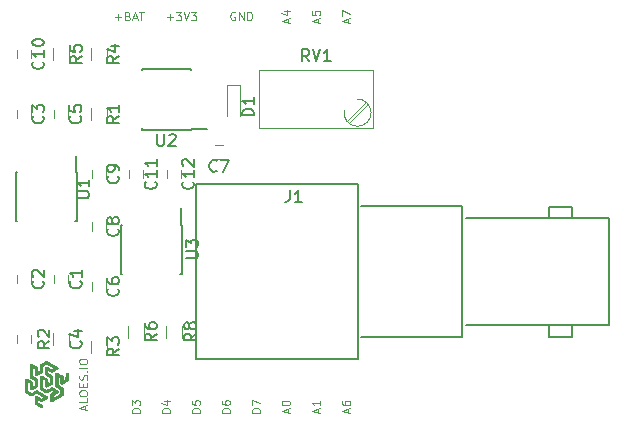
<source format=gto>
G04 #@! TF.FileFunction,Legend,Top*
%FSLAX46Y46*%
G04 Gerber Fmt 4.6, Leading zero omitted, Abs format (unit mm)*
G04 Created by KiCad (PCBNEW 4.0.7-e2-6376~58~ubuntu17.04.1) date Wed Oct  4 03:32:47 2017*
%MOMM*%
%LPD*%
G01*
G04 APERTURE LIST*
%ADD10C,0.100000*%
%ADD11C,0.200000*%
%ADD12C,0.120000*%
%ADD13C,0.010000*%
%ADD14C,0.150000*%
G04 APERTURE END LIST*
D10*
X154421667Y-122816666D02*
X154421667Y-122483332D01*
X154621667Y-122883332D02*
X153921667Y-122649999D01*
X154621667Y-122416666D01*
X154621667Y-121849999D02*
X154621667Y-122183332D01*
X153921667Y-122183332D01*
X153921667Y-121483332D02*
X153921667Y-121349999D01*
X153955000Y-121283332D01*
X154021667Y-121216665D01*
X154155000Y-121183332D01*
X154388333Y-121183332D01*
X154521667Y-121216665D01*
X154588333Y-121283332D01*
X154621667Y-121349999D01*
X154621667Y-121483332D01*
X154588333Y-121549999D01*
X154521667Y-121616665D01*
X154388333Y-121649999D01*
X154155000Y-121649999D01*
X154021667Y-121616665D01*
X153955000Y-121549999D01*
X153921667Y-121483332D01*
X154255000Y-120883332D02*
X154255000Y-120649999D01*
X154621667Y-120549999D02*
X154621667Y-120883332D01*
X153921667Y-120883332D01*
X153921667Y-120549999D01*
X154588333Y-120283333D02*
X154621667Y-120183333D01*
X154621667Y-120016666D01*
X154588333Y-119949999D01*
X154555000Y-119916666D01*
X154488333Y-119883333D01*
X154421667Y-119883333D01*
X154355000Y-119916666D01*
X154321667Y-119949999D01*
X154288333Y-120016666D01*
X154255000Y-120149999D01*
X154221667Y-120216666D01*
X154188333Y-120249999D01*
X154121667Y-120283333D01*
X154055000Y-120283333D01*
X153988333Y-120249999D01*
X153955000Y-120216666D01*
X153921667Y-120149999D01*
X153921667Y-119983333D01*
X153955000Y-119883333D01*
X154555000Y-119583332D02*
X154588333Y-119549999D01*
X154621667Y-119583332D01*
X154588333Y-119616666D01*
X154555000Y-119583332D01*
X154621667Y-119583332D01*
X154621667Y-119249999D02*
X153921667Y-119249999D01*
X153921667Y-118783333D02*
X153921667Y-118650000D01*
X153955000Y-118583333D01*
X154021667Y-118516666D01*
X154155000Y-118483333D01*
X154388333Y-118483333D01*
X154521667Y-118516666D01*
X154588333Y-118583333D01*
X154621667Y-118650000D01*
X154621667Y-118783333D01*
X154588333Y-118850000D01*
X154521667Y-118916666D01*
X154388333Y-118950000D01*
X154155000Y-118950000D01*
X154021667Y-118916666D01*
X153955000Y-118850000D01*
X153921667Y-118783333D01*
X176646667Y-90035000D02*
X176646667Y-89701666D01*
X176846667Y-90101666D02*
X176146667Y-89868333D01*
X176846667Y-89635000D01*
X176146667Y-89468333D02*
X176146667Y-89001666D01*
X176846667Y-89301666D01*
X174106667Y-90035000D02*
X174106667Y-89701666D01*
X174306667Y-90101666D02*
X173606667Y-89868333D01*
X174306667Y-89635000D01*
X173606667Y-89068333D02*
X173606667Y-89401666D01*
X173940000Y-89435000D01*
X173906667Y-89401666D01*
X173873333Y-89335000D01*
X173873333Y-89168333D01*
X173906667Y-89101666D01*
X173940000Y-89068333D01*
X174006667Y-89035000D01*
X174173333Y-89035000D01*
X174240000Y-89068333D01*
X174273333Y-89101666D01*
X174306667Y-89168333D01*
X174306667Y-89335000D01*
X174273333Y-89401666D01*
X174240000Y-89435000D01*
X171566667Y-90035000D02*
X171566667Y-89701666D01*
X171766667Y-90101666D02*
X171066667Y-89868333D01*
X171766667Y-89635000D01*
X171300000Y-89101666D02*
X171766667Y-89101666D01*
X171033333Y-89268333D02*
X171533333Y-89435000D01*
X171533333Y-89001666D01*
X167106667Y-89185000D02*
X167040001Y-89151667D01*
X166940001Y-89151667D01*
X166840001Y-89185000D01*
X166773334Y-89251667D01*
X166740001Y-89318333D01*
X166706667Y-89451667D01*
X166706667Y-89551667D01*
X166740001Y-89685000D01*
X166773334Y-89751667D01*
X166840001Y-89818333D01*
X166940001Y-89851667D01*
X167006667Y-89851667D01*
X167106667Y-89818333D01*
X167140001Y-89785000D01*
X167140001Y-89551667D01*
X167006667Y-89551667D01*
X167440001Y-89851667D02*
X167440001Y-89151667D01*
X167840001Y-89851667D01*
X167840001Y-89151667D01*
X168173334Y-89851667D02*
X168173334Y-89151667D01*
X168340000Y-89151667D01*
X168440000Y-89185000D01*
X168506667Y-89251667D01*
X168540000Y-89318333D01*
X168573334Y-89451667D01*
X168573334Y-89551667D01*
X168540000Y-89685000D01*
X168506667Y-89751667D01*
X168440000Y-89818333D01*
X168340000Y-89851667D01*
X168173334Y-89851667D01*
X161326667Y-89585000D02*
X161860000Y-89585000D01*
X161593333Y-89851667D02*
X161593333Y-89318333D01*
X162126667Y-89151667D02*
X162560000Y-89151667D01*
X162326667Y-89418333D01*
X162426667Y-89418333D01*
X162493334Y-89451667D01*
X162526667Y-89485000D01*
X162560000Y-89551667D01*
X162560000Y-89718333D01*
X162526667Y-89785000D01*
X162493334Y-89818333D01*
X162426667Y-89851667D01*
X162226667Y-89851667D01*
X162160000Y-89818333D01*
X162126667Y-89785000D01*
X162760001Y-89151667D02*
X162993334Y-89851667D01*
X163226667Y-89151667D01*
X163393334Y-89151667D02*
X163826667Y-89151667D01*
X163593334Y-89418333D01*
X163693334Y-89418333D01*
X163760001Y-89451667D01*
X163793334Y-89485000D01*
X163826667Y-89551667D01*
X163826667Y-89718333D01*
X163793334Y-89785000D01*
X163760001Y-89818333D01*
X163693334Y-89851667D01*
X163493334Y-89851667D01*
X163426667Y-89818333D01*
X163393334Y-89785000D01*
X156931667Y-89585000D02*
X157465000Y-89585000D01*
X157198333Y-89851667D02*
X157198333Y-89318333D01*
X158031667Y-89485000D02*
X158131667Y-89518333D01*
X158165000Y-89551667D01*
X158198334Y-89618333D01*
X158198334Y-89718333D01*
X158165000Y-89785000D01*
X158131667Y-89818333D01*
X158065000Y-89851667D01*
X157798334Y-89851667D01*
X157798334Y-89151667D01*
X158031667Y-89151667D01*
X158098334Y-89185000D01*
X158131667Y-89218333D01*
X158165000Y-89285000D01*
X158165000Y-89351667D01*
X158131667Y-89418333D01*
X158098334Y-89451667D01*
X158031667Y-89485000D01*
X157798334Y-89485000D01*
X158465000Y-89651667D02*
X158798334Y-89651667D01*
X158398334Y-89851667D02*
X158631667Y-89151667D01*
X158865000Y-89851667D01*
X158998334Y-89151667D02*
X159398334Y-89151667D01*
X159198334Y-89851667D02*
X159198334Y-89151667D01*
X176646667Y-123055000D02*
X176646667Y-122721666D01*
X176846667Y-123121666D02*
X176146667Y-122888333D01*
X176846667Y-122655000D01*
X176146667Y-122121666D02*
X176146667Y-122255000D01*
X176180000Y-122321666D01*
X176213333Y-122355000D01*
X176313333Y-122421666D01*
X176446667Y-122455000D01*
X176713333Y-122455000D01*
X176780000Y-122421666D01*
X176813333Y-122388333D01*
X176846667Y-122321666D01*
X176846667Y-122188333D01*
X176813333Y-122121666D01*
X176780000Y-122088333D01*
X176713333Y-122055000D01*
X176546667Y-122055000D01*
X176480000Y-122088333D01*
X176446667Y-122121666D01*
X176413333Y-122188333D01*
X176413333Y-122321666D01*
X176446667Y-122388333D01*
X176480000Y-122421666D01*
X176546667Y-122455000D01*
X174106667Y-123055000D02*
X174106667Y-122721666D01*
X174306667Y-123121666D02*
X173606667Y-122888333D01*
X174306667Y-122655000D01*
X174306667Y-122055000D02*
X174306667Y-122455000D01*
X174306667Y-122255000D02*
X173606667Y-122255000D01*
X173706667Y-122321666D01*
X173773333Y-122388333D01*
X173806667Y-122455000D01*
X171566667Y-123055000D02*
X171566667Y-122721666D01*
X171766667Y-123121666D02*
X171066667Y-122888333D01*
X171766667Y-122655000D01*
X171066667Y-122288333D02*
X171066667Y-122221666D01*
X171100000Y-122155000D01*
X171133333Y-122121666D01*
X171200000Y-122088333D01*
X171333333Y-122055000D01*
X171500000Y-122055000D01*
X171633333Y-122088333D01*
X171700000Y-122121666D01*
X171733333Y-122155000D01*
X171766667Y-122221666D01*
X171766667Y-122288333D01*
X171733333Y-122355000D01*
X171700000Y-122388333D01*
X171633333Y-122421666D01*
X171500000Y-122455000D01*
X171333333Y-122455000D01*
X171200000Y-122421666D01*
X171133333Y-122388333D01*
X171100000Y-122355000D01*
X171066667Y-122288333D01*
X169226667Y-123071666D02*
X168526667Y-123071666D01*
X168526667Y-122905000D01*
X168560000Y-122805000D01*
X168626667Y-122738333D01*
X168693333Y-122705000D01*
X168826667Y-122671666D01*
X168926667Y-122671666D01*
X169060000Y-122705000D01*
X169126667Y-122738333D01*
X169193333Y-122805000D01*
X169226667Y-122905000D01*
X169226667Y-123071666D01*
X168526667Y-122438333D02*
X168526667Y-121971666D01*
X169226667Y-122271666D01*
X166686667Y-123071666D02*
X165986667Y-123071666D01*
X165986667Y-122905000D01*
X166020000Y-122805000D01*
X166086667Y-122738333D01*
X166153333Y-122705000D01*
X166286667Y-122671666D01*
X166386667Y-122671666D01*
X166520000Y-122705000D01*
X166586667Y-122738333D01*
X166653333Y-122805000D01*
X166686667Y-122905000D01*
X166686667Y-123071666D01*
X165986667Y-122071666D02*
X165986667Y-122205000D01*
X166020000Y-122271666D01*
X166053333Y-122305000D01*
X166153333Y-122371666D01*
X166286667Y-122405000D01*
X166553333Y-122405000D01*
X166620000Y-122371666D01*
X166653333Y-122338333D01*
X166686667Y-122271666D01*
X166686667Y-122138333D01*
X166653333Y-122071666D01*
X166620000Y-122038333D01*
X166553333Y-122005000D01*
X166386667Y-122005000D01*
X166320000Y-122038333D01*
X166286667Y-122071666D01*
X166253333Y-122138333D01*
X166253333Y-122271666D01*
X166286667Y-122338333D01*
X166320000Y-122371666D01*
X166386667Y-122405000D01*
X164146667Y-123071666D02*
X163446667Y-123071666D01*
X163446667Y-122905000D01*
X163480000Y-122805000D01*
X163546667Y-122738333D01*
X163613333Y-122705000D01*
X163746667Y-122671666D01*
X163846667Y-122671666D01*
X163980000Y-122705000D01*
X164046667Y-122738333D01*
X164113333Y-122805000D01*
X164146667Y-122905000D01*
X164146667Y-123071666D01*
X163446667Y-122038333D02*
X163446667Y-122371666D01*
X163780000Y-122405000D01*
X163746667Y-122371666D01*
X163713333Y-122305000D01*
X163713333Y-122138333D01*
X163746667Y-122071666D01*
X163780000Y-122038333D01*
X163846667Y-122005000D01*
X164013333Y-122005000D01*
X164080000Y-122038333D01*
X164113333Y-122071666D01*
X164146667Y-122138333D01*
X164146667Y-122305000D01*
X164113333Y-122371666D01*
X164080000Y-122405000D01*
X161606667Y-123071666D02*
X160906667Y-123071666D01*
X160906667Y-122905000D01*
X160940000Y-122805000D01*
X161006667Y-122738333D01*
X161073333Y-122705000D01*
X161206667Y-122671666D01*
X161306667Y-122671666D01*
X161440000Y-122705000D01*
X161506667Y-122738333D01*
X161573333Y-122805000D01*
X161606667Y-122905000D01*
X161606667Y-123071666D01*
X161140000Y-122071666D02*
X161606667Y-122071666D01*
X160873333Y-122238333D02*
X161373333Y-122405000D01*
X161373333Y-121971666D01*
X159066667Y-123071666D02*
X158366667Y-123071666D01*
X158366667Y-122905000D01*
X158400000Y-122805000D01*
X158466667Y-122738333D01*
X158533333Y-122705000D01*
X158666667Y-122671666D01*
X158766667Y-122671666D01*
X158900000Y-122705000D01*
X158966667Y-122738333D01*
X159033333Y-122805000D01*
X159066667Y-122905000D01*
X159066667Y-123071666D01*
X158366667Y-122438333D02*
X158366667Y-122005000D01*
X158633333Y-122238333D01*
X158633333Y-122138333D01*
X158666667Y-122071666D01*
X158700000Y-122038333D01*
X158766667Y-122005000D01*
X158933333Y-122005000D01*
X159000000Y-122038333D01*
X159033333Y-122071666D01*
X159066667Y-122138333D01*
X159066667Y-122338333D01*
X159033333Y-122405000D01*
X159000000Y-122438333D01*
D11*
X163820000Y-103745000D02*
X163820000Y-118505000D01*
X163820000Y-118505000D02*
X177550000Y-118505000D01*
X177550000Y-118505000D02*
X177550000Y-103745000D01*
X177550000Y-103745000D02*
X163820000Y-103745000D01*
X177800000Y-105590000D02*
X186310000Y-105590000D01*
X186310000Y-105590000D02*
X186310000Y-116660000D01*
X186310000Y-116660000D02*
X177800000Y-116660000D01*
X186690000Y-106625000D02*
X193680000Y-106625000D01*
X193680000Y-106625000D02*
X195680000Y-106625000D01*
X195680000Y-106625000D02*
X198750000Y-106625000D01*
X198750000Y-106625000D02*
X198750000Y-115625000D01*
X198750000Y-115625000D02*
X195680000Y-115625000D01*
X195680000Y-115625000D02*
X193680000Y-115625000D01*
X193680000Y-115625000D02*
X186690000Y-115625000D01*
X195680000Y-106625000D02*
X195680000Y-105625000D01*
X195680000Y-105625000D02*
X193680000Y-105625000D01*
X193680000Y-105625000D02*
X193680000Y-106625000D01*
X195680000Y-116625000D02*
X193680000Y-116625000D01*
X195680000Y-116625000D02*
X195680000Y-115625000D01*
X193680000Y-115625000D02*
X193680000Y-116625000D01*
D12*
X151800000Y-112110000D02*
X151800000Y-111410000D01*
X153000000Y-111410000D02*
X153000000Y-112110000D01*
X148625000Y-112110000D02*
X148625000Y-111410000D01*
X149825000Y-111410000D02*
X149825000Y-112110000D01*
X148625000Y-98140000D02*
X148625000Y-97440000D01*
X149825000Y-97440000D02*
X149825000Y-98140000D01*
X148625000Y-117190000D02*
X148625000Y-116490000D01*
X149825000Y-116490000D02*
X149825000Y-117190000D01*
X153000000Y-97440000D02*
X153000000Y-98140000D01*
X151800000Y-98140000D02*
X151800000Y-97440000D01*
X154975000Y-112745000D02*
X154975000Y-112045000D01*
X156175000Y-112045000D02*
X156175000Y-112745000D01*
X166085000Y-101565000D02*
X165385000Y-101565000D01*
X165385000Y-100365000D02*
X166085000Y-100365000D01*
X154975000Y-107665000D02*
X154975000Y-106965000D01*
X156175000Y-106965000D02*
X156175000Y-107665000D01*
X154975000Y-103220000D02*
X154975000Y-102520000D01*
X156175000Y-102520000D02*
X156175000Y-103220000D01*
X149825000Y-92360000D02*
X149825000Y-93060000D01*
X148625000Y-93060000D02*
X148625000Y-92360000D01*
X159350000Y-102520000D02*
X159350000Y-103220000D01*
X158150000Y-103220000D02*
X158150000Y-102520000D01*
X161325000Y-103220000D02*
X161325000Y-102520000D01*
X162525000Y-102520000D02*
X162525000Y-103220000D01*
X167555000Y-95355000D02*
X166455000Y-95355000D01*
X166455000Y-95355000D02*
X166455000Y-97955000D01*
X167555000Y-95355000D02*
X167555000Y-97955000D01*
D13*
G36*
X149335126Y-120659945D02*
X149335220Y-120568675D01*
X149335419Y-120491716D01*
X149335760Y-120427758D01*
X149336284Y-120375489D01*
X149337027Y-120333599D01*
X149338028Y-120300776D01*
X149339325Y-120275709D01*
X149340957Y-120257088D01*
X149342962Y-120243601D01*
X149345379Y-120233938D01*
X149348245Y-120226787D01*
X149351030Y-120221758D01*
X149376640Y-120194028D01*
X149409393Y-120179938D01*
X149445443Y-120181031D01*
X149449662Y-120182211D01*
X149465949Y-120189233D01*
X149494091Y-120203526D01*
X149531785Y-120223756D01*
X149576725Y-120248590D01*
X149626606Y-120276695D01*
X149679124Y-120306739D01*
X149731973Y-120337388D01*
X149782848Y-120367309D01*
X149829445Y-120395170D01*
X149869458Y-120419638D01*
X149900583Y-120439379D01*
X149920515Y-120453061D01*
X149926037Y-120457694D01*
X149932113Y-120465064D01*
X149936798Y-120474116D01*
X149940367Y-120487179D01*
X149943096Y-120506585D01*
X149945261Y-120534664D01*
X149947138Y-120573746D01*
X149949004Y-120626163D01*
X149950108Y-120660985D01*
X149951922Y-120714701D01*
X149953804Y-120762224D01*
X149955635Y-120801121D01*
X149957296Y-120828962D01*
X149958666Y-120843313D01*
X149959121Y-120844733D01*
X149967205Y-120840723D01*
X149987349Y-120829658D01*
X150016968Y-120812988D01*
X150053477Y-120792162D01*
X150076154Y-120779117D01*
X150189884Y-120713500D01*
X150190200Y-120323186D01*
X149998386Y-120213873D01*
X149945549Y-120183381D01*
X149896730Y-120154488D01*
X149854149Y-120128565D01*
X149820027Y-120106984D01*
X149796586Y-120091117D01*
X149786719Y-120083150D01*
X149766867Y-120061740D01*
X149766867Y-118993855D01*
X149794787Y-118966794D01*
X149808613Y-118954194D01*
X149821887Y-118945167D01*
X149836269Y-118940259D01*
X149853417Y-118940016D01*
X149874992Y-118944985D01*
X149902654Y-118955711D01*
X149938061Y-118972741D01*
X149982872Y-118996622D01*
X150038749Y-119027898D01*
X150107349Y-119067117D01*
X150117734Y-119073083D01*
X150189273Y-119114520D01*
X150246979Y-119148706D01*
X150291966Y-119176354D01*
X150325343Y-119198176D01*
X150348222Y-119214885D01*
X150361716Y-119227195D01*
X150365235Y-119231833D01*
X150370610Y-119242704D01*
X150374771Y-119257023D01*
X150377955Y-119277221D01*
X150380401Y-119305729D01*
X150382348Y-119344977D01*
X150384035Y-119397397D01*
X150384934Y-119432550D01*
X150389167Y-119607868D01*
X150505583Y-119539682D01*
X150622000Y-119471496D01*
X150623077Y-119317798D01*
X150623761Y-119259858D01*
X150624949Y-119199717D01*
X150626504Y-119142683D01*
X150628291Y-119094062D01*
X150629427Y-119070967D01*
X150634700Y-118977833D01*
X150681267Y-118947081D01*
X150701506Y-118934277D01*
X150733787Y-118914539D01*
X150775503Y-118889429D01*
X150824048Y-118860511D01*
X150876814Y-118829345D01*
X150917884Y-118805264D01*
X150977415Y-118770673D01*
X151024416Y-118743920D01*
X151060831Y-118724050D01*
X151088601Y-118710109D01*
X151109668Y-118701142D01*
X151125974Y-118696195D01*
X151139461Y-118694312D01*
X151143800Y-118694200D01*
X151152672Y-118694965D01*
X151163782Y-118697677D01*
X151178291Y-118702954D01*
X151197360Y-118711419D01*
X151222149Y-118723693D01*
X151253819Y-118740398D01*
X151293530Y-118762153D01*
X151342442Y-118789580D01*
X151401717Y-118823301D01*
X151472514Y-118863936D01*
X151555995Y-118912107D01*
X151618383Y-118948201D01*
X151700677Y-118996049D01*
X151778059Y-119041436D01*
X151849271Y-119083601D01*
X151913055Y-119121780D01*
X151968155Y-119155213D01*
X152013312Y-119183138D01*
X152047268Y-119204793D01*
X152068767Y-119219415D01*
X152076108Y-119225485D01*
X152091908Y-119257355D01*
X152093691Y-119293711D01*
X152081342Y-119328880D01*
X152070929Y-119339827D01*
X152049023Y-119356368D01*
X152014911Y-119378958D01*
X151967882Y-119408051D01*
X151907224Y-119444100D01*
X151837200Y-119484703D01*
X151770759Y-119522722D01*
X151717183Y-119552923D01*
X151674790Y-119576145D01*
X151641895Y-119593232D01*
X151616813Y-119605026D01*
X151597860Y-119612367D01*
X151583352Y-119616098D01*
X151572392Y-119617066D01*
X151556334Y-119615485D01*
X151537281Y-119609971D01*
X151512690Y-119599369D01*
X151480017Y-119582523D01*
X151436722Y-119558277D01*
X151413325Y-119544779D01*
X151370213Y-119519844D01*
X151330541Y-119497065D01*
X151297340Y-119478168D01*
X151273644Y-119464883D01*
X151264425Y-119459895D01*
X151240067Y-119447298D01*
X151240329Y-119722900D01*
X151432815Y-119832966D01*
X151485657Y-119863535D01*
X151534438Y-119892420D01*
X151576956Y-119918266D01*
X151611012Y-119939717D01*
X151634405Y-119955416D01*
X151644350Y-119963319D01*
X151649494Y-119969106D01*
X151653615Y-119975545D01*
X151656824Y-119984445D01*
X151659231Y-119997612D01*
X151660948Y-120016855D01*
X151662085Y-120043980D01*
X151662753Y-120080795D01*
X151663064Y-120129108D01*
X151663129Y-120190724D01*
X151663057Y-120267453D01*
X151663056Y-120268119D01*
X151662712Y-120552633D01*
X151639773Y-120578638D01*
X151625421Y-120590714D01*
X151598880Y-120609062D01*
X151562384Y-120632412D01*
X151518167Y-120659495D01*
X151468462Y-120689040D01*
X151415504Y-120719777D01*
X151361527Y-120750436D01*
X151308764Y-120779747D01*
X151259450Y-120806440D01*
X151215818Y-120829246D01*
X151180101Y-120846893D01*
X151154536Y-120858113D01*
X151141931Y-120861667D01*
X151115766Y-120854951D01*
X151086566Y-120836632D01*
X151085363Y-120835650D01*
X151053800Y-120809634D01*
X151052881Y-120613400D01*
X151052378Y-120554153D01*
X151051479Y-120497643D01*
X151050270Y-120447069D01*
X151048832Y-120405631D01*
X151047248Y-120376527D01*
X151046531Y-120368492D01*
X151041100Y-120319818D01*
X150924683Y-120252921D01*
X150808267Y-120186025D01*
X150808267Y-120960047D01*
X150974793Y-121055499D01*
X151029379Y-121086602D01*
X151071351Y-121109964D01*
X151102658Y-121126491D01*
X151125246Y-121137088D01*
X151141063Y-121142660D01*
X151152055Y-121144112D01*
X151160170Y-121142349D01*
X151160912Y-121142025D01*
X151173483Y-121135389D01*
X151198416Y-121121478D01*
X151233459Y-121101575D01*
X151276362Y-121076964D01*
X151324876Y-121048927D01*
X151362573Y-121027016D01*
X151427296Y-120989775D01*
X151478909Y-120961170D01*
X151518520Y-120940639D01*
X151547238Y-120927618D01*
X151566169Y-120921548D01*
X151571732Y-120920933D01*
X151582795Y-120922258D01*
X151597579Y-120926706D01*
X151617408Y-120934984D01*
X151643611Y-120947802D01*
X151677512Y-120965869D01*
X151720439Y-120989892D01*
X151773718Y-121020581D01*
X151838675Y-121058644D01*
X151916637Y-121104790D01*
X151923504Y-121108870D01*
X151969948Y-121136972D01*
X152011628Y-121163155D01*
X152046240Y-121185894D01*
X152071481Y-121203663D01*
X152085047Y-121214936D01*
X152086488Y-121216807D01*
X152093936Y-121244482D01*
X152093082Y-121277792D01*
X152084254Y-121307805D01*
X152083048Y-121310097D01*
X152071287Y-121321679D01*
X152044991Y-121340619D01*
X152004700Y-121366570D01*
X151950960Y-121399185D01*
X151884311Y-121438118D01*
X151869565Y-121446583D01*
X151667634Y-121562205D01*
X151665310Y-121703480D01*
X151662986Y-121844756D01*
X151699177Y-121823565D01*
X151714349Y-121814740D01*
X151742397Y-121798487D01*
X151781533Y-121775838D01*
X151829967Y-121747830D01*
X151885909Y-121715496D01*
X151947570Y-121679872D01*
X152013160Y-121641991D01*
X152035934Y-121628842D01*
X152336500Y-121455311D01*
X152338619Y-121262205D01*
X152340738Y-121069100D01*
X152141082Y-120955142D01*
X152080296Y-120919937D01*
X152027294Y-120888219D01*
X151983637Y-120860977D01*
X151950884Y-120839199D01*
X151930594Y-120823873D01*
X151925180Y-120818369D01*
X151921849Y-120813114D01*
X151919007Y-120806562D01*
X151916615Y-120797415D01*
X151914634Y-120784374D01*
X151913026Y-120766139D01*
X151911751Y-120741412D01*
X151910773Y-120708894D01*
X151910050Y-120667286D01*
X151909546Y-120615291D01*
X151909221Y-120551608D01*
X151909036Y-120474939D01*
X151908953Y-120383985D01*
X151908934Y-120277448D01*
X151908934Y-120272926D01*
X151908950Y-120165786D01*
X151909025Y-120074270D01*
X151909199Y-119997068D01*
X151909511Y-119932869D01*
X151910001Y-119880364D01*
X151910710Y-119838243D01*
X151911677Y-119805196D01*
X151912941Y-119779913D01*
X151914543Y-119761084D01*
X151916522Y-119747400D01*
X151918918Y-119737550D01*
X151921771Y-119730224D01*
X151925121Y-119724113D01*
X151925636Y-119723274D01*
X151949053Y-119698975D01*
X151980065Y-119684582D01*
X152012647Y-119682362D01*
X152025547Y-119685679D01*
X152040696Y-119692882D01*
X152067792Y-119707214D01*
X152104548Y-119727361D01*
X152148678Y-119752008D01*
X152197893Y-119779838D01*
X152249908Y-119809537D01*
X152302435Y-119839789D01*
X152353187Y-119869278D01*
X152399877Y-119896690D01*
X152440218Y-119920709D01*
X152471923Y-119940019D01*
X152492706Y-119953305D01*
X152499483Y-119958274D01*
X152505655Y-119964415D01*
X152510325Y-119971617D01*
X152513704Y-119982144D01*
X152515999Y-119998260D01*
X152517421Y-120022228D01*
X152518178Y-120056314D01*
X152518479Y-120102780D01*
X152518533Y-120163891D01*
X152518533Y-120164642D01*
X152518804Y-120219140D01*
X152519563Y-120267447D01*
X152520730Y-120307172D01*
X152522223Y-120335922D01*
X152523963Y-120351307D01*
X152524883Y-120353241D01*
X152534038Y-120349049D01*
X152555141Y-120337762D01*
X152585535Y-120320848D01*
X152622562Y-120299779D01*
X152645533Y-120286521D01*
X152759833Y-120220226D01*
X152765054Y-120022363D01*
X152766613Y-119963172D01*
X152768087Y-119906977D01*
X152769397Y-119856892D01*
X152770459Y-119816033D01*
X152771194Y-119787512D01*
X152771404Y-119779213D01*
X152773597Y-119750208D01*
X152780268Y-119730799D01*
X152794268Y-119713727D01*
X152798829Y-119709363D01*
X152831049Y-119689402D01*
X152865950Y-119684353D01*
X152899730Y-119693487D01*
X152928584Y-119716074D01*
X152942546Y-119736931D01*
X152949210Y-119752183D01*
X152953671Y-119769357D01*
X152956260Y-119791903D01*
X152957311Y-119823269D01*
X152957157Y-119866905D01*
X152956882Y-119885546D01*
X152956074Y-119935080D01*
X152955095Y-119995550D01*
X152954043Y-120060958D01*
X152953014Y-120125308D01*
X152952467Y-120159745D01*
X152951493Y-120215175D01*
X152950381Y-120256199D01*
X152948822Y-120285343D01*
X152946505Y-120305132D01*
X152943122Y-120318093D01*
X152938365Y-120326752D01*
X152931923Y-120333635D01*
X152931101Y-120334389D01*
X152919157Y-120342872D01*
X152894505Y-120358539D01*
X152859147Y-120380184D01*
X152815084Y-120406598D01*
X152764318Y-120436575D01*
X152708849Y-120468908D01*
X152690308Y-120479627D01*
X152626525Y-120516312D01*
X152575502Y-120545296D01*
X152535409Y-120567472D01*
X152504416Y-120583734D01*
X152480691Y-120594975D01*
X152462404Y-120602087D01*
X152447724Y-120605963D01*
X152434822Y-120607497D01*
X152427841Y-120607666D01*
X152401334Y-120606145D01*
X152383961Y-120599236D01*
X152368024Y-120583420D01*
X152364017Y-120578485D01*
X152340733Y-120549305D01*
X152340731Y-120313902D01*
X152340729Y-120078500D01*
X152262415Y-120034154D01*
X152223967Y-120012332D01*
X152185503Y-119990416D01*
X152152834Y-119971721D01*
X152139650Y-119964133D01*
X152095200Y-119938457D01*
X152095239Y-120325979D01*
X152095277Y-120713500D01*
X152275155Y-120814328D01*
X152327362Y-120844093D01*
X152376334Y-120872949D01*
X152419541Y-120899333D01*
X152454457Y-120921682D01*
X152478553Y-120938433D01*
X152486783Y-120945163D01*
X152518533Y-120975170D01*
X152518264Y-121263435D01*
X152518070Y-121344032D01*
X152517610Y-121409289D01*
X152516822Y-121460798D01*
X152515642Y-121500151D01*
X152514006Y-121528940D01*
X152511852Y-121548756D01*
X152509117Y-121561192D01*
X152506181Y-121567291D01*
X152496892Y-121574219D01*
X152474216Y-121588781D01*
X152439460Y-121610199D01*
X152393931Y-121637694D01*
X152338936Y-121670487D01*
X152275783Y-121707797D01*
X152205778Y-121748845D01*
X152130230Y-121792853D01*
X152050445Y-121839041D01*
X152048191Y-121840341D01*
X151952574Y-121895503D01*
X151870472Y-121942735D01*
X151800723Y-121982552D01*
X151742164Y-122015465D01*
X151693631Y-122041990D01*
X151653962Y-122062639D01*
X151621993Y-122077925D01*
X151596563Y-122088362D01*
X151576507Y-122094464D01*
X151560663Y-122096744D01*
X151547868Y-122095714D01*
X151536959Y-122091889D01*
X151526773Y-122085783D01*
X151516148Y-122077907D01*
X151513916Y-122076202D01*
X151485600Y-122054605D01*
X151485600Y-121764077D01*
X151485646Y-121685997D01*
X151485846Y-121623060D01*
X151486294Y-121573476D01*
X151487085Y-121535454D01*
X151488313Y-121507204D01*
X151490071Y-121486936D01*
X151492453Y-121472860D01*
X151495554Y-121463185D01*
X151499468Y-121456120D01*
X151501958Y-121452755D01*
X151514424Y-121441883D01*
X151538948Y-121424515D01*
X151572814Y-121402431D01*
X151613306Y-121377408D01*
X151652241Y-121354380D01*
X151695717Y-121329149D01*
X151734583Y-121306505D01*
X151766274Y-121287950D01*
X151788226Y-121274984D01*
X151797608Y-121269287D01*
X151797857Y-121263204D01*
X151786722Y-121252077D01*
X151763431Y-121235391D01*
X151727215Y-121212633D01*
X151677302Y-121183287D01*
X151620759Y-121151226D01*
X151573884Y-121124960D01*
X151375225Y-121238667D01*
X151312275Y-121274435D01*
X151262082Y-121302282D01*
X151222921Y-121323059D01*
X151193065Y-121337619D01*
X151170789Y-121346812D01*
X151154367Y-121351490D01*
X151144348Y-121352554D01*
X151132789Y-121351245D01*
X151117477Y-121346663D01*
X151096825Y-121337999D01*
X151069244Y-121324442D01*
X151033147Y-121305183D01*
X150986948Y-121279411D01*
X150929060Y-121246317D01*
X150875727Y-121215454D01*
X150808900Y-121176484D01*
X150755367Y-121144829D01*
X150713656Y-121119514D01*
X150682293Y-121099566D01*
X150659808Y-121084010D01*
X150644728Y-121071872D01*
X150635580Y-121062179D01*
X150630893Y-121053956D01*
X150630663Y-121053324D01*
X150628701Y-121038986D01*
X150626974Y-121008229D01*
X150625491Y-120961563D01*
X150624258Y-120899501D01*
X150623284Y-120822555D01*
X150622578Y-120731236D01*
X150622147Y-120626057D01*
X150622000Y-120507529D01*
X150622000Y-119984301D01*
X150646079Y-119961233D01*
X150673211Y-119940924D01*
X150701687Y-119932687D01*
X150734594Y-119936536D01*
X150775021Y-119952489D01*
X150793569Y-119962036D01*
X150848995Y-119992379D01*
X150906937Y-120024892D01*
X150965433Y-120058397D01*
X151022519Y-120091718D01*
X151076234Y-120123676D01*
X151124615Y-120153094D01*
X151165699Y-120178794D01*
X151197522Y-120199598D01*
X151218123Y-120214329D01*
X151225278Y-120221072D01*
X151229670Y-120237759D01*
X151233455Y-120271194D01*
X151236618Y-120321200D01*
X151239148Y-120387603D01*
X151239988Y-120419059D01*
X151244300Y-120598752D01*
X151365107Y-120530242D01*
X151485913Y-120461731D01*
X151483640Y-120270115D01*
X151481367Y-120078500D01*
X151288149Y-119967640D01*
X151235182Y-119936913D01*
X151186225Y-119907877D01*
X151143480Y-119881888D01*
X151109149Y-119860303D01*
X151085436Y-119844478D01*
X151075112Y-119836406D01*
X151055292Y-119816033D01*
X151052429Y-119540867D01*
X151051747Y-119459829D01*
X151051586Y-119394143D01*
X151051989Y-119342233D01*
X151052999Y-119302523D01*
X151054659Y-119273440D01*
X151057011Y-119253407D01*
X151060098Y-119240849D01*
X151060621Y-119239527D01*
X151078176Y-119216121D01*
X151105953Y-119196994D01*
X151137240Y-119186276D01*
X151148807Y-119185266D01*
X151160870Y-119189358D01*
X151185379Y-119200876D01*
X151220172Y-119218690D01*
X151263084Y-119241665D01*
X151311952Y-119268671D01*
X151358070Y-119294814D01*
X151410245Y-119324629D01*
X151458123Y-119351790D01*
X151499578Y-119375107D01*
X151532486Y-119393389D01*
X151554720Y-119405446D01*
X151563764Y-119409962D01*
X151578235Y-119408022D01*
X151606318Y-119396317D01*
X151648073Y-119374820D01*
X151692881Y-119349679D01*
X151732032Y-119326837D01*
X151765370Y-119306805D01*
X151790404Y-119291126D01*
X151804640Y-119281344D01*
X151806967Y-119278981D01*
X151799851Y-119274065D01*
X151779846Y-119261795D01*
X151748766Y-119243223D01*
X151708423Y-119219397D01*
X151660631Y-119191367D01*
X151607202Y-119160183D01*
X151549949Y-119126894D01*
X151490686Y-119092551D01*
X151431226Y-119058203D01*
X151373380Y-119024899D01*
X151318963Y-118993690D01*
X151269787Y-118965624D01*
X151227666Y-118941753D01*
X151194412Y-118923125D01*
X151171838Y-118910790D01*
X151164564Y-118907036D01*
X151156371Y-118903662D01*
X151147648Y-118902551D01*
X151136359Y-118904606D01*
X151120472Y-118910733D01*
X151097950Y-118921838D01*
X151066760Y-118938824D01*
X151024867Y-118962598D01*
X150974609Y-118991539D01*
X150808267Y-119087574D01*
X150808232Y-119227437D01*
X150807841Y-119285687D01*
X150806790Y-119348656D01*
X150805227Y-119409776D01*
X150803299Y-119462481D01*
X150802677Y-119475555D01*
X150797156Y-119583810D01*
X150724395Y-119628696D01*
X150695076Y-119646497D01*
X150654464Y-119670753D01*
X150605939Y-119699466D01*
X150552881Y-119730639D01*
X150498669Y-119762274D01*
X150481360Y-119772324D01*
X150420825Y-119807139D01*
X150372762Y-119833738D01*
X150335158Y-119852678D01*
X150306003Y-119864517D01*
X150283284Y-119869812D01*
X150264990Y-119869122D01*
X150249110Y-119863004D01*
X150233631Y-119852015D01*
X150224067Y-119843650D01*
X150194434Y-119816730D01*
X150191470Y-119573924D01*
X150188507Y-119331117D01*
X150078024Y-119268775D01*
X150038852Y-119246751D01*
X150004799Y-119227754D01*
X149978638Y-119213320D01*
X149963141Y-119204983D01*
X149960337Y-119203611D01*
X149958860Y-119211206D01*
X149957486Y-119234067D01*
X149956244Y-119270530D01*
X149955168Y-119318929D01*
X149954287Y-119377597D01*
X149953634Y-119444868D01*
X149953241Y-119519077D01*
X149953133Y-119585128D01*
X149953133Y-119969468D01*
X150155695Y-120086948D01*
X150226071Y-120128268D01*
X150281817Y-120162132D01*
X150323365Y-120188822D01*
X150351148Y-120208617D01*
X150365598Y-120221801D01*
X150367549Y-120224824D01*
X150370840Y-120240337D01*
X150373860Y-120270150D01*
X150376564Y-120311634D01*
X150378906Y-120362157D01*
X150380842Y-120419089D01*
X150382324Y-120479798D01*
X150383308Y-120541654D01*
X150383748Y-120602026D01*
X150383598Y-120658283D01*
X150382813Y-120707795D01*
X150381348Y-120747930D01*
X150379155Y-120776058D01*
X150377292Y-120786752D01*
X150374347Y-120797571D01*
X150371255Y-120806744D01*
X150366571Y-120815291D01*
X150358844Y-120824237D01*
X150346628Y-120834604D01*
X150328475Y-120847414D01*
X150302937Y-120863690D01*
X150268565Y-120884455D01*
X150223913Y-120910731D01*
X150167532Y-120943541D01*
X150098920Y-120983358D01*
X150033411Y-121021196D01*
X149980611Y-121051055D01*
X149938699Y-121073660D01*
X149905858Y-121089734D01*
X149880268Y-121100000D01*
X149860112Y-121105184D01*
X149843570Y-121106009D01*
X149828825Y-121103197D01*
X149814057Y-121097475D01*
X149813197Y-121097085D01*
X149800295Y-121090350D01*
X149790033Y-121081945D01*
X149782110Y-121069995D01*
X149776226Y-121052622D01*
X149772079Y-121027951D01*
X149769371Y-120994105D01*
X149767800Y-120949209D01*
X149767066Y-120891385D01*
X149766869Y-120818759D01*
X149766867Y-120807726D01*
X149766867Y-120575144D01*
X149647440Y-120506739D01*
X149607124Y-120483761D01*
X149572194Y-120464070D01*
X149545176Y-120449073D01*
X149528599Y-120440178D01*
X149524588Y-120438333D01*
X149523934Y-120446520D01*
X149523414Y-120469960D01*
X149523036Y-120506976D01*
X149522803Y-120555889D01*
X149522722Y-120615019D01*
X149522797Y-120682688D01*
X149523034Y-120757216D01*
X149523365Y-120824291D01*
X149525567Y-121210250D01*
X149691263Y-121305662D01*
X149856959Y-121401075D01*
X150059008Y-121283920D01*
X150118966Y-121249240D01*
X150166216Y-121222236D01*
X150202652Y-121202013D01*
X150230167Y-121187675D01*
X150250656Y-121178327D01*
X150266015Y-121173074D01*
X150278137Y-121171019D01*
X150288917Y-121171267D01*
X150295478Y-121172141D01*
X150312941Y-121178069D01*
X150343940Y-121192548D01*
X150388622Y-121215660D01*
X150447137Y-121247485D01*
X150519635Y-121288102D01*
X150606263Y-121337591D01*
X150651633Y-121363784D01*
X150761734Y-121427577D01*
X150857882Y-121483400D01*
X150940821Y-121531692D01*
X151011296Y-121572895D01*
X151070051Y-121607447D01*
X151117831Y-121635789D01*
X151155379Y-121658361D01*
X151183441Y-121675604D01*
X151202759Y-121687956D01*
X151214080Y-121695858D01*
X151216167Y-121697547D01*
X151230795Y-121720069D01*
X151236919Y-121750757D01*
X151233898Y-121782782D01*
X151226002Y-121802330D01*
X151213803Y-121814559D01*
X151188863Y-121833302D01*
X151153428Y-121857260D01*
X151109743Y-121885133D01*
X151060056Y-121915620D01*
X151006612Y-121947422D01*
X150951657Y-121979239D01*
X150897438Y-122009770D01*
X150846200Y-122037716D01*
X150800190Y-122061777D01*
X150761653Y-122080653D01*
X150732837Y-122093043D01*
X150715987Y-122097648D01*
X150715736Y-122097652D01*
X150700275Y-122095112D01*
X150677752Y-122086812D01*
X150646451Y-122071926D01*
X150604654Y-122049627D01*
X150550647Y-122019087D01*
X150540329Y-122013133D01*
X150495472Y-121987317D01*
X150455699Y-121964676D01*
X150423295Y-121946489D01*
X150400545Y-121934038D01*
X150389734Y-121928601D01*
X150389234Y-121928466D01*
X150387785Y-121936461D01*
X150386802Y-121958570D01*
X150386334Y-121991976D01*
X150386430Y-122033865D01*
X150386840Y-122065621D01*
X150389167Y-122202775D01*
X150572963Y-122309038D01*
X150625041Y-122339541D01*
X150673509Y-122368670D01*
X150716004Y-122394947D01*
X150750165Y-122416894D01*
X150773629Y-122433034D01*
X150782513Y-122440167D01*
X150803358Y-122470696D01*
X150808146Y-122505796D01*
X150796728Y-122544230D01*
X150795479Y-122546703D01*
X150777538Y-122571286D01*
X150752886Y-122584595D01*
X150717245Y-122588850D01*
X150714262Y-122588866D01*
X150701961Y-122587851D01*
X150687346Y-122584219D01*
X150668631Y-122577086D01*
X150644030Y-122565572D01*
X150611755Y-122548795D01*
X150570019Y-122525872D01*
X150517037Y-122495923D01*
X150461822Y-122464282D01*
X150405220Y-122431280D01*
X150352144Y-122399497D01*
X150304754Y-122370291D01*
X150265214Y-122345024D01*
X150235684Y-122325053D01*
X150218327Y-122311740D01*
X150216509Y-122309998D01*
X150187785Y-122280300D01*
X150196581Y-121713492D01*
X150223158Y-121689746D01*
X150238535Y-121677194D01*
X150253580Y-121668766D01*
X150270101Y-121665026D01*
X150289904Y-121666537D01*
X150314797Y-121673863D01*
X150346587Y-121687567D01*
X150387083Y-121708212D01*
X150438090Y-121736362D01*
X150501416Y-121772581D01*
X150516144Y-121781089D01*
X150715187Y-121896177D01*
X150755377Y-121873047D01*
X150780189Y-121858708D01*
X150814266Y-121838938D01*
X150852253Y-121816846D01*
X150874885Y-121803658D01*
X150954203Y-121757400D01*
X150879118Y-121713557D01*
X150853507Y-121698675D01*
X150815586Y-121676741D01*
X150767736Y-121649127D01*
X150712337Y-121617204D01*
X150651768Y-121582344D01*
X150588411Y-121545919D01*
X150547627Y-121522493D01*
X150291220Y-121375274D01*
X150259760Y-121390251D01*
X150242585Y-121399145D01*
X150213663Y-121414909D01*
X150175900Y-121435928D01*
X150132202Y-121460581D01*
X150085474Y-121487254D01*
X150084367Y-121487889D01*
X150023218Y-121522960D01*
X149974901Y-121550419D01*
X149937571Y-121571106D01*
X149909385Y-121585859D01*
X149888499Y-121595517D01*
X149873070Y-121600918D01*
X149861254Y-121602901D01*
X149851208Y-121602304D01*
X149841087Y-121599966D01*
X149839135Y-121599430D01*
X149824716Y-121593287D01*
X149797749Y-121579724D01*
X149760308Y-121559863D01*
X149714466Y-121534827D01*
X149662294Y-121505740D01*
X149605865Y-121473724D01*
X149584614Y-121461528D01*
X149513646Y-121420325D01*
X149456641Y-121386417D01*
X149412604Y-121359162D01*
X149380539Y-121337922D01*
X149359451Y-121322055D01*
X149348345Y-121310922D01*
X149346959Y-121308704D01*
X149344445Y-121301411D01*
X149342297Y-121289134D01*
X149340489Y-121270666D01*
X149338995Y-121244800D01*
X149337788Y-121210330D01*
X149336842Y-121166049D01*
X149336131Y-121110750D01*
X149335627Y-121043227D01*
X149335305Y-120962274D01*
X149335138Y-120866683D01*
X149335098Y-120766837D01*
X149335126Y-120659945D01*
X149335126Y-120659945D01*
G37*
X149335126Y-120659945D02*
X149335220Y-120568675D01*
X149335419Y-120491716D01*
X149335760Y-120427758D01*
X149336284Y-120375489D01*
X149337027Y-120333599D01*
X149338028Y-120300776D01*
X149339325Y-120275709D01*
X149340957Y-120257088D01*
X149342962Y-120243601D01*
X149345379Y-120233938D01*
X149348245Y-120226787D01*
X149351030Y-120221758D01*
X149376640Y-120194028D01*
X149409393Y-120179938D01*
X149445443Y-120181031D01*
X149449662Y-120182211D01*
X149465949Y-120189233D01*
X149494091Y-120203526D01*
X149531785Y-120223756D01*
X149576725Y-120248590D01*
X149626606Y-120276695D01*
X149679124Y-120306739D01*
X149731973Y-120337388D01*
X149782848Y-120367309D01*
X149829445Y-120395170D01*
X149869458Y-120419638D01*
X149900583Y-120439379D01*
X149920515Y-120453061D01*
X149926037Y-120457694D01*
X149932113Y-120465064D01*
X149936798Y-120474116D01*
X149940367Y-120487179D01*
X149943096Y-120506585D01*
X149945261Y-120534664D01*
X149947138Y-120573746D01*
X149949004Y-120626163D01*
X149950108Y-120660985D01*
X149951922Y-120714701D01*
X149953804Y-120762224D01*
X149955635Y-120801121D01*
X149957296Y-120828962D01*
X149958666Y-120843313D01*
X149959121Y-120844733D01*
X149967205Y-120840723D01*
X149987349Y-120829658D01*
X150016968Y-120812988D01*
X150053477Y-120792162D01*
X150076154Y-120779117D01*
X150189884Y-120713500D01*
X150190200Y-120323186D01*
X149998386Y-120213873D01*
X149945549Y-120183381D01*
X149896730Y-120154488D01*
X149854149Y-120128565D01*
X149820027Y-120106984D01*
X149796586Y-120091117D01*
X149786719Y-120083150D01*
X149766867Y-120061740D01*
X149766867Y-118993855D01*
X149794787Y-118966794D01*
X149808613Y-118954194D01*
X149821887Y-118945167D01*
X149836269Y-118940259D01*
X149853417Y-118940016D01*
X149874992Y-118944985D01*
X149902654Y-118955711D01*
X149938061Y-118972741D01*
X149982872Y-118996622D01*
X150038749Y-119027898D01*
X150107349Y-119067117D01*
X150117734Y-119073083D01*
X150189273Y-119114520D01*
X150246979Y-119148706D01*
X150291966Y-119176354D01*
X150325343Y-119198176D01*
X150348222Y-119214885D01*
X150361716Y-119227195D01*
X150365235Y-119231833D01*
X150370610Y-119242704D01*
X150374771Y-119257023D01*
X150377955Y-119277221D01*
X150380401Y-119305729D01*
X150382348Y-119344977D01*
X150384035Y-119397397D01*
X150384934Y-119432550D01*
X150389167Y-119607868D01*
X150505583Y-119539682D01*
X150622000Y-119471496D01*
X150623077Y-119317798D01*
X150623761Y-119259858D01*
X150624949Y-119199717D01*
X150626504Y-119142683D01*
X150628291Y-119094062D01*
X150629427Y-119070967D01*
X150634700Y-118977833D01*
X150681267Y-118947081D01*
X150701506Y-118934277D01*
X150733787Y-118914539D01*
X150775503Y-118889429D01*
X150824048Y-118860511D01*
X150876814Y-118829345D01*
X150917884Y-118805264D01*
X150977415Y-118770673D01*
X151024416Y-118743920D01*
X151060831Y-118724050D01*
X151088601Y-118710109D01*
X151109668Y-118701142D01*
X151125974Y-118696195D01*
X151139461Y-118694312D01*
X151143800Y-118694200D01*
X151152672Y-118694965D01*
X151163782Y-118697677D01*
X151178291Y-118702954D01*
X151197360Y-118711419D01*
X151222149Y-118723693D01*
X151253819Y-118740398D01*
X151293530Y-118762153D01*
X151342442Y-118789580D01*
X151401717Y-118823301D01*
X151472514Y-118863936D01*
X151555995Y-118912107D01*
X151618383Y-118948201D01*
X151700677Y-118996049D01*
X151778059Y-119041436D01*
X151849271Y-119083601D01*
X151913055Y-119121780D01*
X151968155Y-119155213D01*
X152013312Y-119183138D01*
X152047268Y-119204793D01*
X152068767Y-119219415D01*
X152076108Y-119225485D01*
X152091908Y-119257355D01*
X152093691Y-119293711D01*
X152081342Y-119328880D01*
X152070929Y-119339827D01*
X152049023Y-119356368D01*
X152014911Y-119378958D01*
X151967882Y-119408051D01*
X151907224Y-119444100D01*
X151837200Y-119484703D01*
X151770759Y-119522722D01*
X151717183Y-119552923D01*
X151674790Y-119576145D01*
X151641895Y-119593232D01*
X151616813Y-119605026D01*
X151597860Y-119612367D01*
X151583352Y-119616098D01*
X151572392Y-119617066D01*
X151556334Y-119615485D01*
X151537281Y-119609971D01*
X151512690Y-119599369D01*
X151480017Y-119582523D01*
X151436722Y-119558277D01*
X151413325Y-119544779D01*
X151370213Y-119519844D01*
X151330541Y-119497065D01*
X151297340Y-119478168D01*
X151273644Y-119464883D01*
X151264425Y-119459895D01*
X151240067Y-119447298D01*
X151240329Y-119722900D01*
X151432815Y-119832966D01*
X151485657Y-119863535D01*
X151534438Y-119892420D01*
X151576956Y-119918266D01*
X151611012Y-119939717D01*
X151634405Y-119955416D01*
X151644350Y-119963319D01*
X151649494Y-119969106D01*
X151653615Y-119975545D01*
X151656824Y-119984445D01*
X151659231Y-119997612D01*
X151660948Y-120016855D01*
X151662085Y-120043980D01*
X151662753Y-120080795D01*
X151663064Y-120129108D01*
X151663129Y-120190724D01*
X151663057Y-120267453D01*
X151663056Y-120268119D01*
X151662712Y-120552633D01*
X151639773Y-120578638D01*
X151625421Y-120590714D01*
X151598880Y-120609062D01*
X151562384Y-120632412D01*
X151518167Y-120659495D01*
X151468462Y-120689040D01*
X151415504Y-120719777D01*
X151361527Y-120750436D01*
X151308764Y-120779747D01*
X151259450Y-120806440D01*
X151215818Y-120829246D01*
X151180101Y-120846893D01*
X151154536Y-120858113D01*
X151141931Y-120861667D01*
X151115766Y-120854951D01*
X151086566Y-120836632D01*
X151085363Y-120835650D01*
X151053800Y-120809634D01*
X151052881Y-120613400D01*
X151052378Y-120554153D01*
X151051479Y-120497643D01*
X151050270Y-120447069D01*
X151048832Y-120405631D01*
X151047248Y-120376527D01*
X151046531Y-120368492D01*
X151041100Y-120319818D01*
X150924683Y-120252921D01*
X150808267Y-120186025D01*
X150808267Y-120960047D01*
X150974793Y-121055499D01*
X151029379Y-121086602D01*
X151071351Y-121109964D01*
X151102658Y-121126491D01*
X151125246Y-121137088D01*
X151141063Y-121142660D01*
X151152055Y-121144112D01*
X151160170Y-121142349D01*
X151160912Y-121142025D01*
X151173483Y-121135389D01*
X151198416Y-121121478D01*
X151233459Y-121101575D01*
X151276362Y-121076964D01*
X151324876Y-121048927D01*
X151362573Y-121027016D01*
X151427296Y-120989775D01*
X151478909Y-120961170D01*
X151518520Y-120940639D01*
X151547238Y-120927618D01*
X151566169Y-120921548D01*
X151571732Y-120920933D01*
X151582795Y-120922258D01*
X151597579Y-120926706D01*
X151617408Y-120934984D01*
X151643611Y-120947802D01*
X151677512Y-120965869D01*
X151720439Y-120989892D01*
X151773718Y-121020581D01*
X151838675Y-121058644D01*
X151916637Y-121104790D01*
X151923504Y-121108870D01*
X151969948Y-121136972D01*
X152011628Y-121163155D01*
X152046240Y-121185894D01*
X152071481Y-121203663D01*
X152085047Y-121214936D01*
X152086488Y-121216807D01*
X152093936Y-121244482D01*
X152093082Y-121277792D01*
X152084254Y-121307805D01*
X152083048Y-121310097D01*
X152071287Y-121321679D01*
X152044991Y-121340619D01*
X152004700Y-121366570D01*
X151950960Y-121399185D01*
X151884311Y-121438118D01*
X151869565Y-121446583D01*
X151667634Y-121562205D01*
X151665310Y-121703480D01*
X151662986Y-121844756D01*
X151699177Y-121823565D01*
X151714349Y-121814740D01*
X151742397Y-121798487D01*
X151781533Y-121775838D01*
X151829967Y-121747830D01*
X151885909Y-121715496D01*
X151947570Y-121679872D01*
X152013160Y-121641991D01*
X152035934Y-121628842D01*
X152336500Y-121455311D01*
X152338619Y-121262205D01*
X152340738Y-121069100D01*
X152141082Y-120955142D01*
X152080296Y-120919937D01*
X152027294Y-120888219D01*
X151983637Y-120860977D01*
X151950884Y-120839199D01*
X151930594Y-120823873D01*
X151925180Y-120818369D01*
X151921849Y-120813114D01*
X151919007Y-120806562D01*
X151916615Y-120797415D01*
X151914634Y-120784374D01*
X151913026Y-120766139D01*
X151911751Y-120741412D01*
X151910773Y-120708894D01*
X151910050Y-120667286D01*
X151909546Y-120615291D01*
X151909221Y-120551608D01*
X151909036Y-120474939D01*
X151908953Y-120383985D01*
X151908934Y-120277448D01*
X151908934Y-120272926D01*
X151908950Y-120165786D01*
X151909025Y-120074270D01*
X151909199Y-119997068D01*
X151909511Y-119932869D01*
X151910001Y-119880364D01*
X151910710Y-119838243D01*
X151911677Y-119805196D01*
X151912941Y-119779913D01*
X151914543Y-119761084D01*
X151916522Y-119747400D01*
X151918918Y-119737550D01*
X151921771Y-119730224D01*
X151925121Y-119724113D01*
X151925636Y-119723274D01*
X151949053Y-119698975D01*
X151980065Y-119684582D01*
X152012647Y-119682362D01*
X152025547Y-119685679D01*
X152040696Y-119692882D01*
X152067792Y-119707214D01*
X152104548Y-119727361D01*
X152148678Y-119752008D01*
X152197893Y-119779838D01*
X152249908Y-119809537D01*
X152302435Y-119839789D01*
X152353187Y-119869278D01*
X152399877Y-119896690D01*
X152440218Y-119920709D01*
X152471923Y-119940019D01*
X152492706Y-119953305D01*
X152499483Y-119958274D01*
X152505655Y-119964415D01*
X152510325Y-119971617D01*
X152513704Y-119982144D01*
X152515999Y-119998260D01*
X152517421Y-120022228D01*
X152518178Y-120056314D01*
X152518479Y-120102780D01*
X152518533Y-120163891D01*
X152518533Y-120164642D01*
X152518804Y-120219140D01*
X152519563Y-120267447D01*
X152520730Y-120307172D01*
X152522223Y-120335922D01*
X152523963Y-120351307D01*
X152524883Y-120353241D01*
X152534038Y-120349049D01*
X152555141Y-120337762D01*
X152585535Y-120320848D01*
X152622562Y-120299779D01*
X152645533Y-120286521D01*
X152759833Y-120220226D01*
X152765054Y-120022363D01*
X152766613Y-119963172D01*
X152768087Y-119906977D01*
X152769397Y-119856892D01*
X152770459Y-119816033D01*
X152771194Y-119787512D01*
X152771404Y-119779213D01*
X152773597Y-119750208D01*
X152780268Y-119730799D01*
X152794268Y-119713727D01*
X152798829Y-119709363D01*
X152831049Y-119689402D01*
X152865950Y-119684353D01*
X152899730Y-119693487D01*
X152928584Y-119716074D01*
X152942546Y-119736931D01*
X152949210Y-119752183D01*
X152953671Y-119769357D01*
X152956260Y-119791903D01*
X152957311Y-119823269D01*
X152957157Y-119866905D01*
X152956882Y-119885546D01*
X152956074Y-119935080D01*
X152955095Y-119995550D01*
X152954043Y-120060958D01*
X152953014Y-120125308D01*
X152952467Y-120159745D01*
X152951493Y-120215175D01*
X152950381Y-120256199D01*
X152948822Y-120285343D01*
X152946505Y-120305132D01*
X152943122Y-120318093D01*
X152938365Y-120326752D01*
X152931923Y-120333635D01*
X152931101Y-120334389D01*
X152919157Y-120342872D01*
X152894505Y-120358539D01*
X152859147Y-120380184D01*
X152815084Y-120406598D01*
X152764318Y-120436575D01*
X152708849Y-120468908D01*
X152690308Y-120479627D01*
X152626525Y-120516312D01*
X152575502Y-120545296D01*
X152535409Y-120567472D01*
X152504416Y-120583734D01*
X152480691Y-120594975D01*
X152462404Y-120602087D01*
X152447724Y-120605963D01*
X152434822Y-120607497D01*
X152427841Y-120607666D01*
X152401334Y-120606145D01*
X152383961Y-120599236D01*
X152368024Y-120583420D01*
X152364017Y-120578485D01*
X152340733Y-120549305D01*
X152340731Y-120313902D01*
X152340729Y-120078500D01*
X152262415Y-120034154D01*
X152223967Y-120012332D01*
X152185503Y-119990416D01*
X152152834Y-119971721D01*
X152139650Y-119964133D01*
X152095200Y-119938457D01*
X152095239Y-120325979D01*
X152095277Y-120713500D01*
X152275155Y-120814328D01*
X152327362Y-120844093D01*
X152376334Y-120872949D01*
X152419541Y-120899333D01*
X152454457Y-120921682D01*
X152478553Y-120938433D01*
X152486783Y-120945163D01*
X152518533Y-120975170D01*
X152518264Y-121263435D01*
X152518070Y-121344032D01*
X152517610Y-121409289D01*
X152516822Y-121460798D01*
X152515642Y-121500151D01*
X152514006Y-121528940D01*
X152511852Y-121548756D01*
X152509117Y-121561192D01*
X152506181Y-121567291D01*
X152496892Y-121574219D01*
X152474216Y-121588781D01*
X152439460Y-121610199D01*
X152393931Y-121637694D01*
X152338936Y-121670487D01*
X152275783Y-121707797D01*
X152205778Y-121748845D01*
X152130230Y-121792853D01*
X152050445Y-121839041D01*
X152048191Y-121840341D01*
X151952574Y-121895503D01*
X151870472Y-121942735D01*
X151800723Y-121982552D01*
X151742164Y-122015465D01*
X151693631Y-122041990D01*
X151653962Y-122062639D01*
X151621993Y-122077925D01*
X151596563Y-122088362D01*
X151576507Y-122094464D01*
X151560663Y-122096744D01*
X151547868Y-122095714D01*
X151536959Y-122091889D01*
X151526773Y-122085783D01*
X151516148Y-122077907D01*
X151513916Y-122076202D01*
X151485600Y-122054605D01*
X151485600Y-121764077D01*
X151485646Y-121685997D01*
X151485846Y-121623060D01*
X151486294Y-121573476D01*
X151487085Y-121535454D01*
X151488313Y-121507204D01*
X151490071Y-121486936D01*
X151492453Y-121472860D01*
X151495554Y-121463185D01*
X151499468Y-121456120D01*
X151501958Y-121452755D01*
X151514424Y-121441883D01*
X151538948Y-121424515D01*
X151572814Y-121402431D01*
X151613306Y-121377408D01*
X151652241Y-121354380D01*
X151695717Y-121329149D01*
X151734583Y-121306505D01*
X151766274Y-121287950D01*
X151788226Y-121274984D01*
X151797608Y-121269287D01*
X151797857Y-121263204D01*
X151786722Y-121252077D01*
X151763431Y-121235391D01*
X151727215Y-121212633D01*
X151677302Y-121183287D01*
X151620759Y-121151226D01*
X151573884Y-121124960D01*
X151375225Y-121238667D01*
X151312275Y-121274435D01*
X151262082Y-121302282D01*
X151222921Y-121323059D01*
X151193065Y-121337619D01*
X151170789Y-121346812D01*
X151154367Y-121351490D01*
X151144348Y-121352554D01*
X151132789Y-121351245D01*
X151117477Y-121346663D01*
X151096825Y-121337999D01*
X151069244Y-121324442D01*
X151033147Y-121305183D01*
X150986948Y-121279411D01*
X150929060Y-121246317D01*
X150875727Y-121215454D01*
X150808900Y-121176484D01*
X150755367Y-121144829D01*
X150713656Y-121119514D01*
X150682293Y-121099566D01*
X150659808Y-121084010D01*
X150644728Y-121071872D01*
X150635580Y-121062179D01*
X150630893Y-121053956D01*
X150630663Y-121053324D01*
X150628701Y-121038986D01*
X150626974Y-121008229D01*
X150625491Y-120961563D01*
X150624258Y-120899501D01*
X150623284Y-120822555D01*
X150622578Y-120731236D01*
X150622147Y-120626057D01*
X150622000Y-120507529D01*
X150622000Y-119984301D01*
X150646079Y-119961233D01*
X150673211Y-119940924D01*
X150701687Y-119932687D01*
X150734594Y-119936536D01*
X150775021Y-119952489D01*
X150793569Y-119962036D01*
X150848995Y-119992379D01*
X150906937Y-120024892D01*
X150965433Y-120058397D01*
X151022519Y-120091718D01*
X151076234Y-120123676D01*
X151124615Y-120153094D01*
X151165699Y-120178794D01*
X151197522Y-120199598D01*
X151218123Y-120214329D01*
X151225278Y-120221072D01*
X151229670Y-120237759D01*
X151233455Y-120271194D01*
X151236618Y-120321200D01*
X151239148Y-120387603D01*
X151239988Y-120419059D01*
X151244300Y-120598752D01*
X151365107Y-120530242D01*
X151485913Y-120461731D01*
X151483640Y-120270115D01*
X151481367Y-120078500D01*
X151288149Y-119967640D01*
X151235182Y-119936913D01*
X151186225Y-119907877D01*
X151143480Y-119881888D01*
X151109149Y-119860303D01*
X151085436Y-119844478D01*
X151075112Y-119836406D01*
X151055292Y-119816033D01*
X151052429Y-119540867D01*
X151051747Y-119459829D01*
X151051586Y-119394143D01*
X151051989Y-119342233D01*
X151052999Y-119302523D01*
X151054659Y-119273440D01*
X151057011Y-119253407D01*
X151060098Y-119240849D01*
X151060621Y-119239527D01*
X151078176Y-119216121D01*
X151105953Y-119196994D01*
X151137240Y-119186276D01*
X151148807Y-119185266D01*
X151160870Y-119189358D01*
X151185379Y-119200876D01*
X151220172Y-119218690D01*
X151263084Y-119241665D01*
X151311952Y-119268671D01*
X151358070Y-119294814D01*
X151410245Y-119324629D01*
X151458123Y-119351790D01*
X151499578Y-119375107D01*
X151532486Y-119393389D01*
X151554720Y-119405446D01*
X151563764Y-119409962D01*
X151578235Y-119408022D01*
X151606318Y-119396317D01*
X151648073Y-119374820D01*
X151692881Y-119349679D01*
X151732032Y-119326837D01*
X151765370Y-119306805D01*
X151790404Y-119291126D01*
X151804640Y-119281344D01*
X151806967Y-119278981D01*
X151799851Y-119274065D01*
X151779846Y-119261795D01*
X151748766Y-119243223D01*
X151708423Y-119219397D01*
X151660631Y-119191367D01*
X151607202Y-119160183D01*
X151549949Y-119126894D01*
X151490686Y-119092551D01*
X151431226Y-119058203D01*
X151373380Y-119024899D01*
X151318963Y-118993690D01*
X151269787Y-118965624D01*
X151227666Y-118941753D01*
X151194412Y-118923125D01*
X151171838Y-118910790D01*
X151164564Y-118907036D01*
X151156371Y-118903662D01*
X151147648Y-118902551D01*
X151136359Y-118904606D01*
X151120472Y-118910733D01*
X151097950Y-118921838D01*
X151066760Y-118938824D01*
X151024867Y-118962598D01*
X150974609Y-118991539D01*
X150808267Y-119087574D01*
X150808232Y-119227437D01*
X150807841Y-119285687D01*
X150806790Y-119348656D01*
X150805227Y-119409776D01*
X150803299Y-119462481D01*
X150802677Y-119475555D01*
X150797156Y-119583810D01*
X150724395Y-119628696D01*
X150695076Y-119646497D01*
X150654464Y-119670753D01*
X150605939Y-119699466D01*
X150552881Y-119730639D01*
X150498669Y-119762274D01*
X150481360Y-119772324D01*
X150420825Y-119807139D01*
X150372762Y-119833738D01*
X150335158Y-119852678D01*
X150306003Y-119864517D01*
X150283284Y-119869812D01*
X150264990Y-119869122D01*
X150249110Y-119863004D01*
X150233631Y-119852015D01*
X150224067Y-119843650D01*
X150194434Y-119816730D01*
X150191470Y-119573924D01*
X150188507Y-119331117D01*
X150078024Y-119268775D01*
X150038852Y-119246751D01*
X150004799Y-119227754D01*
X149978638Y-119213320D01*
X149963141Y-119204983D01*
X149960337Y-119203611D01*
X149958860Y-119211206D01*
X149957486Y-119234067D01*
X149956244Y-119270530D01*
X149955168Y-119318929D01*
X149954287Y-119377597D01*
X149953634Y-119444868D01*
X149953241Y-119519077D01*
X149953133Y-119585128D01*
X149953133Y-119969468D01*
X150155695Y-120086948D01*
X150226071Y-120128268D01*
X150281817Y-120162132D01*
X150323365Y-120188822D01*
X150351148Y-120208617D01*
X150365598Y-120221801D01*
X150367549Y-120224824D01*
X150370840Y-120240337D01*
X150373860Y-120270150D01*
X150376564Y-120311634D01*
X150378906Y-120362157D01*
X150380842Y-120419089D01*
X150382324Y-120479798D01*
X150383308Y-120541654D01*
X150383748Y-120602026D01*
X150383598Y-120658283D01*
X150382813Y-120707795D01*
X150381348Y-120747930D01*
X150379155Y-120776058D01*
X150377292Y-120786752D01*
X150374347Y-120797571D01*
X150371255Y-120806744D01*
X150366571Y-120815291D01*
X150358844Y-120824237D01*
X150346628Y-120834604D01*
X150328475Y-120847414D01*
X150302937Y-120863690D01*
X150268565Y-120884455D01*
X150223913Y-120910731D01*
X150167532Y-120943541D01*
X150098920Y-120983358D01*
X150033411Y-121021196D01*
X149980611Y-121051055D01*
X149938699Y-121073660D01*
X149905858Y-121089734D01*
X149880268Y-121100000D01*
X149860112Y-121105184D01*
X149843570Y-121106009D01*
X149828825Y-121103197D01*
X149814057Y-121097475D01*
X149813197Y-121097085D01*
X149800295Y-121090350D01*
X149790033Y-121081945D01*
X149782110Y-121069995D01*
X149776226Y-121052622D01*
X149772079Y-121027951D01*
X149769371Y-120994105D01*
X149767800Y-120949209D01*
X149767066Y-120891385D01*
X149766869Y-120818759D01*
X149766867Y-120807726D01*
X149766867Y-120575144D01*
X149647440Y-120506739D01*
X149607124Y-120483761D01*
X149572194Y-120464070D01*
X149545176Y-120449073D01*
X149528599Y-120440178D01*
X149524588Y-120438333D01*
X149523934Y-120446520D01*
X149523414Y-120469960D01*
X149523036Y-120506976D01*
X149522803Y-120555889D01*
X149522722Y-120615019D01*
X149522797Y-120682688D01*
X149523034Y-120757216D01*
X149523365Y-120824291D01*
X149525567Y-121210250D01*
X149691263Y-121305662D01*
X149856959Y-121401075D01*
X150059008Y-121283920D01*
X150118966Y-121249240D01*
X150166216Y-121222236D01*
X150202652Y-121202013D01*
X150230167Y-121187675D01*
X150250656Y-121178327D01*
X150266015Y-121173074D01*
X150278137Y-121171019D01*
X150288917Y-121171267D01*
X150295478Y-121172141D01*
X150312941Y-121178069D01*
X150343940Y-121192548D01*
X150388622Y-121215660D01*
X150447137Y-121247485D01*
X150519635Y-121288102D01*
X150606263Y-121337591D01*
X150651633Y-121363784D01*
X150761734Y-121427577D01*
X150857882Y-121483400D01*
X150940821Y-121531692D01*
X151011296Y-121572895D01*
X151070051Y-121607447D01*
X151117831Y-121635789D01*
X151155379Y-121658361D01*
X151183441Y-121675604D01*
X151202759Y-121687956D01*
X151214080Y-121695858D01*
X151216167Y-121697547D01*
X151230795Y-121720069D01*
X151236919Y-121750757D01*
X151233898Y-121782782D01*
X151226002Y-121802330D01*
X151213803Y-121814559D01*
X151188863Y-121833302D01*
X151153428Y-121857260D01*
X151109743Y-121885133D01*
X151060056Y-121915620D01*
X151006612Y-121947422D01*
X150951657Y-121979239D01*
X150897438Y-122009770D01*
X150846200Y-122037716D01*
X150800190Y-122061777D01*
X150761653Y-122080653D01*
X150732837Y-122093043D01*
X150715987Y-122097648D01*
X150715736Y-122097652D01*
X150700275Y-122095112D01*
X150677752Y-122086812D01*
X150646451Y-122071926D01*
X150604654Y-122049627D01*
X150550647Y-122019087D01*
X150540329Y-122013133D01*
X150495472Y-121987317D01*
X150455699Y-121964676D01*
X150423295Y-121946489D01*
X150400545Y-121934038D01*
X150389734Y-121928601D01*
X150389234Y-121928466D01*
X150387785Y-121936461D01*
X150386802Y-121958570D01*
X150386334Y-121991976D01*
X150386430Y-122033865D01*
X150386840Y-122065621D01*
X150389167Y-122202775D01*
X150572963Y-122309038D01*
X150625041Y-122339541D01*
X150673509Y-122368670D01*
X150716004Y-122394947D01*
X150750165Y-122416894D01*
X150773629Y-122433034D01*
X150782513Y-122440167D01*
X150803358Y-122470696D01*
X150808146Y-122505796D01*
X150796728Y-122544230D01*
X150795479Y-122546703D01*
X150777538Y-122571286D01*
X150752886Y-122584595D01*
X150717245Y-122588850D01*
X150714262Y-122588866D01*
X150701961Y-122587851D01*
X150687346Y-122584219D01*
X150668631Y-122577086D01*
X150644030Y-122565572D01*
X150611755Y-122548795D01*
X150570019Y-122525872D01*
X150517037Y-122495923D01*
X150461822Y-122464282D01*
X150405220Y-122431280D01*
X150352144Y-122399497D01*
X150304754Y-122370291D01*
X150265214Y-122345024D01*
X150235684Y-122325053D01*
X150218327Y-122311740D01*
X150216509Y-122309998D01*
X150187785Y-122280300D01*
X150196581Y-121713492D01*
X150223158Y-121689746D01*
X150238535Y-121677194D01*
X150253580Y-121668766D01*
X150270101Y-121665026D01*
X150289904Y-121666537D01*
X150314797Y-121673863D01*
X150346587Y-121687567D01*
X150387083Y-121708212D01*
X150438090Y-121736362D01*
X150501416Y-121772581D01*
X150516144Y-121781089D01*
X150715187Y-121896177D01*
X150755377Y-121873047D01*
X150780189Y-121858708D01*
X150814266Y-121838938D01*
X150852253Y-121816846D01*
X150874885Y-121803658D01*
X150954203Y-121757400D01*
X150879118Y-121713557D01*
X150853507Y-121698675D01*
X150815586Y-121676741D01*
X150767736Y-121649127D01*
X150712337Y-121617204D01*
X150651768Y-121582344D01*
X150588411Y-121545919D01*
X150547627Y-121522493D01*
X150291220Y-121375274D01*
X150259760Y-121390251D01*
X150242585Y-121399145D01*
X150213663Y-121414909D01*
X150175900Y-121435928D01*
X150132202Y-121460581D01*
X150085474Y-121487254D01*
X150084367Y-121487889D01*
X150023218Y-121522960D01*
X149974901Y-121550419D01*
X149937571Y-121571106D01*
X149909385Y-121585859D01*
X149888499Y-121595517D01*
X149873070Y-121600918D01*
X149861254Y-121602901D01*
X149851208Y-121602304D01*
X149841087Y-121599966D01*
X149839135Y-121599430D01*
X149824716Y-121593287D01*
X149797749Y-121579724D01*
X149760308Y-121559863D01*
X149714466Y-121534827D01*
X149662294Y-121505740D01*
X149605865Y-121473724D01*
X149584614Y-121461528D01*
X149513646Y-121420325D01*
X149456641Y-121386417D01*
X149412604Y-121359162D01*
X149380539Y-121337922D01*
X149359451Y-121322055D01*
X149348345Y-121310922D01*
X149346959Y-121308704D01*
X149344445Y-121301411D01*
X149342297Y-121289134D01*
X149340489Y-121270666D01*
X149338995Y-121244800D01*
X149337788Y-121210330D01*
X149336842Y-121166049D01*
X149336131Y-121110750D01*
X149335627Y-121043227D01*
X149335305Y-120962274D01*
X149335138Y-120866683D01*
X149335098Y-120766837D01*
X149335126Y-120659945D01*
D12*
X154895000Y-98290000D02*
X154895000Y-97290000D01*
X156255000Y-97290000D02*
X156255000Y-98290000D01*
X153080000Y-116340000D02*
X153080000Y-117340000D01*
X151720000Y-117340000D02*
X151720000Y-116340000D01*
X154895000Y-117975000D02*
X154895000Y-116975000D01*
X156255000Y-116975000D02*
X156255000Y-117975000D01*
X154895000Y-93210000D02*
X154895000Y-92210000D01*
X156255000Y-92210000D02*
X156255000Y-93210000D01*
X151720000Y-93210000D02*
X151720000Y-92210000D01*
X153080000Y-92210000D02*
X153080000Y-93210000D01*
X159430000Y-115705000D02*
X159430000Y-116705000D01*
X158070000Y-116705000D02*
X158070000Y-115705000D01*
X161245000Y-116705000D02*
X161245000Y-115705000D01*
X162605000Y-115705000D02*
X162605000Y-116705000D01*
X177444691Y-96515704D02*
G75*
G02X177485000Y-98825000I40309J-1154296D01*
G01*
X177505121Y-98824052D02*
G75*
G02X176356000Y-97430000I-20121J1154052D01*
G01*
X169165000Y-94050000D02*
X178815000Y-94050000D01*
X169165000Y-99001000D02*
X178815000Y-99001000D01*
X169165000Y-94050000D02*
X169165000Y-99001000D01*
X178815000Y-94050000D02*
X178815000Y-99001000D01*
X178361000Y-96936000D02*
X176750000Y-98546000D01*
X178221000Y-96795000D02*
X176609000Y-98405000D01*
D14*
X162595000Y-107145000D02*
X162545000Y-107145000D01*
X162595000Y-111295000D02*
X162450000Y-111295000D01*
X157445000Y-111295000D02*
X157590000Y-111295000D01*
X157445000Y-107145000D02*
X157590000Y-107145000D01*
X162595000Y-107145000D02*
X162595000Y-111295000D01*
X157445000Y-107145000D02*
X157445000Y-111295000D01*
X162545000Y-107145000D02*
X162545000Y-105745000D01*
X153705000Y-102700000D02*
X153655000Y-102700000D01*
X153705000Y-106850000D02*
X153560000Y-106850000D01*
X148555000Y-106850000D02*
X148700000Y-106850000D01*
X148555000Y-102700000D02*
X148700000Y-102700000D01*
X153705000Y-102700000D02*
X153705000Y-106850000D01*
X148555000Y-102700000D02*
X148555000Y-106850000D01*
X153655000Y-102700000D02*
X153655000Y-101300000D01*
X163365000Y-99095000D02*
X163365000Y-99045000D01*
X159215000Y-99095000D02*
X159215000Y-98950000D01*
X159215000Y-93945000D02*
X159215000Y-94090000D01*
X163365000Y-93945000D02*
X163365000Y-94090000D01*
X163365000Y-99095000D02*
X159215000Y-99095000D01*
X163365000Y-93945000D02*
X159215000Y-93945000D01*
X163365000Y-99045000D02*
X164765000Y-99045000D01*
X171751667Y-104227381D02*
X171751667Y-104941667D01*
X171704047Y-105084524D01*
X171608809Y-105179762D01*
X171465952Y-105227381D01*
X171370714Y-105227381D01*
X172751667Y-105227381D02*
X172180238Y-105227381D01*
X172465952Y-105227381D02*
X172465952Y-104227381D01*
X172370714Y-104370238D01*
X172275476Y-104465476D01*
X172180238Y-104513095D01*
X154027143Y-111926666D02*
X154074762Y-111974285D01*
X154122381Y-112117142D01*
X154122381Y-112212380D01*
X154074762Y-112355238D01*
X153979524Y-112450476D01*
X153884286Y-112498095D01*
X153693810Y-112545714D01*
X153550952Y-112545714D01*
X153360476Y-112498095D01*
X153265238Y-112450476D01*
X153170000Y-112355238D01*
X153122381Y-112212380D01*
X153122381Y-112117142D01*
X153170000Y-111974285D01*
X153217619Y-111926666D01*
X154122381Y-110974285D02*
X154122381Y-111545714D01*
X154122381Y-111260000D02*
X153122381Y-111260000D01*
X153265238Y-111355238D01*
X153360476Y-111450476D01*
X153408095Y-111545714D01*
X150852143Y-111926666D02*
X150899762Y-111974285D01*
X150947381Y-112117142D01*
X150947381Y-112212380D01*
X150899762Y-112355238D01*
X150804524Y-112450476D01*
X150709286Y-112498095D01*
X150518810Y-112545714D01*
X150375952Y-112545714D01*
X150185476Y-112498095D01*
X150090238Y-112450476D01*
X149995000Y-112355238D01*
X149947381Y-112212380D01*
X149947381Y-112117142D01*
X149995000Y-111974285D01*
X150042619Y-111926666D01*
X150042619Y-111545714D02*
X149995000Y-111498095D01*
X149947381Y-111402857D01*
X149947381Y-111164761D01*
X149995000Y-111069523D01*
X150042619Y-111021904D01*
X150137857Y-110974285D01*
X150233095Y-110974285D01*
X150375952Y-111021904D01*
X150947381Y-111593333D01*
X150947381Y-110974285D01*
X150852143Y-97956666D02*
X150899762Y-98004285D01*
X150947381Y-98147142D01*
X150947381Y-98242380D01*
X150899762Y-98385238D01*
X150804524Y-98480476D01*
X150709286Y-98528095D01*
X150518810Y-98575714D01*
X150375952Y-98575714D01*
X150185476Y-98528095D01*
X150090238Y-98480476D01*
X149995000Y-98385238D01*
X149947381Y-98242380D01*
X149947381Y-98147142D01*
X149995000Y-98004285D01*
X150042619Y-97956666D01*
X149947381Y-97623333D02*
X149947381Y-97004285D01*
X150328333Y-97337619D01*
X150328333Y-97194761D01*
X150375952Y-97099523D01*
X150423571Y-97051904D01*
X150518810Y-97004285D01*
X150756905Y-97004285D01*
X150852143Y-97051904D01*
X150899762Y-97099523D01*
X150947381Y-97194761D01*
X150947381Y-97480476D01*
X150899762Y-97575714D01*
X150852143Y-97623333D01*
X154027143Y-117006666D02*
X154074762Y-117054285D01*
X154122381Y-117197142D01*
X154122381Y-117292380D01*
X154074762Y-117435238D01*
X153979524Y-117530476D01*
X153884286Y-117578095D01*
X153693810Y-117625714D01*
X153550952Y-117625714D01*
X153360476Y-117578095D01*
X153265238Y-117530476D01*
X153170000Y-117435238D01*
X153122381Y-117292380D01*
X153122381Y-117197142D01*
X153170000Y-117054285D01*
X153217619Y-117006666D01*
X153455714Y-116149523D02*
X154122381Y-116149523D01*
X153074762Y-116387619D02*
X153789048Y-116625714D01*
X153789048Y-116006666D01*
X154007143Y-97956666D02*
X154054762Y-98004285D01*
X154102381Y-98147142D01*
X154102381Y-98242380D01*
X154054762Y-98385238D01*
X153959524Y-98480476D01*
X153864286Y-98528095D01*
X153673810Y-98575714D01*
X153530952Y-98575714D01*
X153340476Y-98528095D01*
X153245238Y-98480476D01*
X153150000Y-98385238D01*
X153102381Y-98242380D01*
X153102381Y-98147142D01*
X153150000Y-98004285D01*
X153197619Y-97956666D01*
X153102381Y-97051904D02*
X153102381Y-97528095D01*
X153578571Y-97575714D01*
X153530952Y-97528095D01*
X153483333Y-97432857D01*
X153483333Y-97194761D01*
X153530952Y-97099523D01*
X153578571Y-97051904D01*
X153673810Y-97004285D01*
X153911905Y-97004285D01*
X154007143Y-97051904D01*
X154054762Y-97099523D01*
X154102381Y-97194761D01*
X154102381Y-97432857D01*
X154054762Y-97528095D01*
X154007143Y-97575714D01*
X157202143Y-112561666D02*
X157249762Y-112609285D01*
X157297381Y-112752142D01*
X157297381Y-112847380D01*
X157249762Y-112990238D01*
X157154524Y-113085476D01*
X157059286Y-113133095D01*
X156868810Y-113180714D01*
X156725952Y-113180714D01*
X156535476Y-113133095D01*
X156440238Y-113085476D01*
X156345000Y-112990238D01*
X156297381Y-112847380D01*
X156297381Y-112752142D01*
X156345000Y-112609285D01*
X156392619Y-112561666D01*
X156297381Y-111704523D02*
X156297381Y-111895000D01*
X156345000Y-111990238D01*
X156392619Y-112037857D01*
X156535476Y-112133095D01*
X156725952Y-112180714D01*
X157106905Y-112180714D01*
X157202143Y-112133095D01*
X157249762Y-112085476D01*
X157297381Y-111990238D01*
X157297381Y-111799761D01*
X157249762Y-111704523D01*
X157202143Y-111656904D01*
X157106905Y-111609285D01*
X156868810Y-111609285D01*
X156773571Y-111656904D01*
X156725952Y-111704523D01*
X156678333Y-111799761D01*
X156678333Y-111990238D01*
X156725952Y-112085476D01*
X156773571Y-112133095D01*
X156868810Y-112180714D01*
X165568334Y-102572143D02*
X165520715Y-102619762D01*
X165377858Y-102667381D01*
X165282620Y-102667381D01*
X165139762Y-102619762D01*
X165044524Y-102524524D01*
X164996905Y-102429286D01*
X164949286Y-102238810D01*
X164949286Y-102095952D01*
X164996905Y-101905476D01*
X165044524Y-101810238D01*
X165139762Y-101715000D01*
X165282620Y-101667381D01*
X165377858Y-101667381D01*
X165520715Y-101715000D01*
X165568334Y-101762619D01*
X165901667Y-101667381D02*
X166568334Y-101667381D01*
X166139762Y-102667381D01*
X157202143Y-107481666D02*
X157249762Y-107529285D01*
X157297381Y-107672142D01*
X157297381Y-107767380D01*
X157249762Y-107910238D01*
X157154524Y-108005476D01*
X157059286Y-108053095D01*
X156868810Y-108100714D01*
X156725952Y-108100714D01*
X156535476Y-108053095D01*
X156440238Y-108005476D01*
X156345000Y-107910238D01*
X156297381Y-107767380D01*
X156297381Y-107672142D01*
X156345000Y-107529285D01*
X156392619Y-107481666D01*
X156725952Y-106910238D02*
X156678333Y-107005476D01*
X156630714Y-107053095D01*
X156535476Y-107100714D01*
X156487857Y-107100714D01*
X156392619Y-107053095D01*
X156345000Y-107005476D01*
X156297381Y-106910238D01*
X156297381Y-106719761D01*
X156345000Y-106624523D01*
X156392619Y-106576904D01*
X156487857Y-106529285D01*
X156535476Y-106529285D01*
X156630714Y-106576904D01*
X156678333Y-106624523D01*
X156725952Y-106719761D01*
X156725952Y-106910238D01*
X156773571Y-107005476D01*
X156821190Y-107053095D01*
X156916429Y-107100714D01*
X157106905Y-107100714D01*
X157202143Y-107053095D01*
X157249762Y-107005476D01*
X157297381Y-106910238D01*
X157297381Y-106719761D01*
X157249762Y-106624523D01*
X157202143Y-106576904D01*
X157106905Y-106529285D01*
X156916429Y-106529285D01*
X156821190Y-106576904D01*
X156773571Y-106624523D01*
X156725952Y-106719761D01*
X157202143Y-103036666D02*
X157249762Y-103084285D01*
X157297381Y-103227142D01*
X157297381Y-103322380D01*
X157249762Y-103465238D01*
X157154524Y-103560476D01*
X157059286Y-103608095D01*
X156868810Y-103655714D01*
X156725952Y-103655714D01*
X156535476Y-103608095D01*
X156440238Y-103560476D01*
X156345000Y-103465238D01*
X156297381Y-103322380D01*
X156297381Y-103227142D01*
X156345000Y-103084285D01*
X156392619Y-103036666D01*
X157297381Y-102560476D02*
X157297381Y-102370000D01*
X157249762Y-102274761D01*
X157202143Y-102227142D01*
X157059286Y-102131904D01*
X156868810Y-102084285D01*
X156487857Y-102084285D01*
X156392619Y-102131904D01*
X156345000Y-102179523D01*
X156297381Y-102274761D01*
X156297381Y-102465238D01*
X156345000Y-102560476D01*
X156392619Y-102608095D01*
X156487857Y-102655714D01*
X156725952Y-102655714D01*
X156821190Y-102608095D01*
X156868810Y-102560476D01*
X156916429Y-102465238D01*
X156916429Y-102274761D01*
X156868810Y-102179523D01*
X156821190Y-102131904D01*
X156725952Y-102084285D01*
X150852143Y-93352857D02*
X150899762Y-93400476D01*
X150947381Y-93543333D01*
X150947381Y-93638571D01*
X150899762Y-93781429D01*
X150804524Y-93876667D01*
X150709286Y-93924286D01*
X150518810Y-93971905D01*
X150375952Y-93971905D01*
X150185476Y-93924286D01*
X150090238Y-93876667D01*
X149995000Y-93781429D01*
X149947381Y-93638571D01*
X149947381Y-93543333D01*
X149995000Y-93400476D01*
X150042619Y-93352857D01*
X150947381Y-92400476D02*
X150947381Y-92971905D01*
X150947381Y-92686191D02*
X149947381Y-92686191D01*
X150090238Y-92781429D01*
X150185476Y-92876667D01*
X150233095Y-92971905D01*
X149947381Y-91781429D02*
X149947381Y-91686190D01*
X149995000Y-91590952D01*
X150042619Y-91543333D01*
X150137857Y-91495714D01*
X150328333Y-91448095D01*
X150566429Y-91448095D01*
X150756905Y-91495714D01*
X150852143Y-91543333D01*
X150899762Y-91590952D01*
X150947381Y-91686190D01*
X150947381Y-91781429D01*
X150899762Y-91876667D01*
X150852143Y-91924286D01*
X150756905Y-91971905D01*
X150566429Y-92019524D01*
X150328333Y-92019524D01*
X150137857Y-91971905D01*
X150042619Y-91924286D01*
X149995000Y-91876667D01*
X149947381Y-91781429D01*
X160377143Y-103512857D02*
X160424762Y-103560476D01*
X160472381Y-103703333D01*
X160472381Y-103798571D01*
X160424762Y-103941429D01*
X160329524Y-104036667D01*
X160234286Y-104084286D01*
X160043810Y-104131905D01*
X159900952Y-104131905D01*
X159710476Y-104084286D01*
X159615238Y-104036667D01*
X159520000Y-103941429D01*
X159472381Y-103798571D01*
X159472381Y-103703333D01*
X159520000Y-103560476D01*
X159567619Y-103512857D01*
X160472381Y-102560476D02*
X160472381Y-103131905D01*
X160472381Y-102846191D02*
X159472381Y-102846191D01*
X159615238Y-102941429D01*
X159710476Y-103036667D01*
X159758095Y-103131905D01*
X160472381Y-101608095D02*
X160472381Y-102179524D01*
X160472381Y-101893810D02*
X159472381Y-101893810D01*
X159615238Y-101989048D01*
X159710476Y-102084286D01*
X159758095Y-102179524D01*
X163552143Y-103512857D02*
X163599762Y-103560476D01*
X163647381Y-103703333D01*
X163647381Y-103798571D01*
X163599762Y-103941429D01*
X163504524Y-104036667D01*
X163409286Y-104084286D01*
X163218810Y-104131905D01*
X163075952Y-104131905D01*
X162885476Y-104084286D01*
X162790238Y-104036667D01*
X162695000Y-103941429D01*
X162647381Y-103798571D01*
X162647381Y-103703333D01*
X162695000Y-103560476D01*
X162742619Y-103512857D01*
X163647381Y-102560476D02*
X163647381Y-103131905D01*
X163647381Y-102846191D02*
X162647381Y-102846191D01*
X162790238Y-102941429D01*
X162885476Y-103036667D01*
X162933095Y-103131905D01*
X162742619Y-102179524D02*
X162695000Y-102131905D01*
X162647381Y-102036667D01*
X162647381Y-101798571D01*
X162695000Y-101703333D01*
X162742619Y-101655714D01*
X162837857Y-101608095D01*
X162933095Y-101608095D01*
X163075952Y-101655714D01*
X163647381Y-102227143D01*
X163647381Y-101608095D01*
X168727381Y-97893095D02*
X167727381Y-97893095D01*
X167727381Y-97655000D01*
X167775000Y-97512142D01*
X167870238Y-97416904D01*
X167965476Y-97369285D01*
X168155952Y-97321666D01*
X168298810Y-97321666D01*
X168489286Y-97369285D01*
X168584524Y-97416904D01*
X168679762Y-97512142D01*
X168727381Y-97655000D01*
X168727381Y-97893095D01*
X168727381Y-96369285D02*
X168727381Y-96940714D01*
X168727381Y-96655000D02*
X167727381Y-96655000D01*
X167870238Y-96750238D01*
X167965476Y-96845476D01*
X168013095Y-96940714D01*
X157297381Y-97956666D02*
X156821190Y-98290000D01*
X157297381Y-98528095D02*
X156297381Y-98528095D01*
X156297381Y-98147142D01*
X156345000Y-98051904D01*
X156392619Y-98004285D01*
X156487857Y-97956666D01*
X156630714Y-97956666D01*
X156725952Y-98004285D01*
X156773571Y-98051904D01*
X156821190Y-98147142D01*
X156821190Y-98528095D01*
X157297381Y-97004285D02*
X157297381Y-97575714D01*
X157297381Y-97290000D02*
X156297381Y-97290000D01*
X156440238Y-97385238D01*
X156535476Y-97480476D01*
X156583095Y-97575714D01*
X151402381Y-117006666D02*
X150926190Y-117340000D01*
X151402381Y-117578095D02*
X150402381Y-117578095D01*
X150402381Y-117197142D01*
X150450000Y-117101904D01*
X150497619Y-117054285D01*
X150592857Y-117006666D01*
X150735714Y-117006666D01*
X150830952Y-117054285D01*
X150878571Y-117101904D01*
X150926190Y-117197142D01*
X150926190Y-117578095D01*
X150497619Y-116625714D02*
X150450000Y-116578095D01*
X150402381Y-116482857D01*
X150402381Y-116244761D01*
X150450000Y-116149523D01*
X150497619Y-116101904D01*
X150592857Y-116054285D01*
X150688095Y-116054285D01*
X150830952Y-116101904D01*
X151402381Y-116673333D01*
X151402381Y-116054285D01*
X157297381Y-117641666D02*
X156821190Y-117975000D01*
X157297381Y-118213095D02*
X156297381Y-118213095D01*
X156297381Y-117832142D01*
X156345000Y-117736904D01*
X156392619Y-117689285D01*
X156487857Y-117641666D01*
X156630714Y-117641666D01*
X156725952Y-117689285D01*
X156773571Y-117736904D01*
X156821190Y-117832142D01*
X156821190Y-118213095D01*
X156297381Y-117308333D02*
X156297381Y-116689285D01*
X156678333Y-117022619D01*
X156678333Y-116879761D01*
X156725952Y-116784523D01*
X156773571Y-116736904D01*
X156868810Y-116689285D01*
X157106905Y-116689285D01*
X157202143Y-116736904D01*
X157249762Y-116784523D01*
X157297381Y-116879761D01*
X157297381Y-117165476D01*
X157249762Y-117260714D01*
X157202143Y-117308333D01*
X157297381Y-92876666D02*
X156821190Y-93210000D01*
X157297381Y-93448095D02*
X156297381Y-93448095D01*
X156297381Y-93067142D01*
X156345000Y-92971904D01*
X156392619Y-92924285D01*
X156487857Y-92876666D01*
X156630714Y-92876666D01*
X156725952Y-92924285D01*
X156773571Y-92971904D01*
X156821190Y-93067142D01*
X156821190Y-93448095D01*
X156630714Y-92019523D02*
X157297381Y-92019523D01*
X156249762Y-92257619D02*
X156964048Y-92495714D01*
X156964048Y-91876666D01*
X154122381Y-92876666D02*
X153646190Y-93210000D01*
X154122381Y-93448095D02*
X153122381Y-93448095D01*
X153122381Y-93067142D01*
X153170000Y-92971904D01*
X153217619Y-92924285D01*
X153312857Y-92876666D01*
X153455714Y-92876666D01*
X153550952Y-92924285D01*
X153598571Y-92971904D01*
X153646190Y-93067142D01*
X153646190Y-93448095D01*
X153122381Y-91971904D02*
X153122381Y-92448095D01*
X153598571Y-92495714D01*
X153550952Y-92448095D01*
X153503333Y-92352857D01*
X153503333Y-92114761D01*
X153550952Y-92019523D01*
X153598571Y-91971904D01*
X153693810Y-91924285D01*
X153931905Y-91924285D01*
X154027143Y-91971904D01*
X154074762Y-92019523D01*
X154122381Y-92114761D01*
X154122381Y-92352857D01*
X154074762Y-92448095D01*
X154027143Y-92495714D01*
X160472381Y-116371666D02*
X159996190Y-116705000D01*
X160472381Y-116943095D02*
X159472381Y-116943095D01*
X159472381Y-116562142D01*
X159520000Y-116466904D01*
X159567619Y-116419285D01*
X159662857Y-116371666D01*
X159805714Y-116371666D01*
X159900952Y-116419285D01*
X159948571Y-116466904D01*
X159996190Y-116562142D01*
X159996190Y-116943095D01*
X159472381Y-115514523D02*
X159472381Y-115705000D01*
X159520000Y-115800238D01*
X159567619Y-115847857D01*
X159710476Y-115943095D01*
X159900952Y-115990714D01*
X160281905Y-115990714D01*
X160377143Y-115943095D01*
X160424762Y-115895476D01*
X160472381Y-115800238D01*
X160472381Y-115609761D01*
X160424762Y-115514523D01*
X160377143Y-115466904D01*
X160281905Y-115419285D01*
X160043810Y-115419285D01*
X159948571Y-115466904D01*
X159900952Y-115514523D01*
X159853333Y-115609761D01*
X159853333Y-115800238D01*
X159900952Y-115895476D01*
X159948571Y-115943095D01*
X160043810Y-115990714D01*
X163827381Y-116371666D02*
X163351190Y-116705000D01*
X163827381Y-116943095D02*
X162827381Y-116943095D01*
X162827381Y-116562142D01*
X162875000Y-116466904D01*
X162922619Y-116419285D01*
X163017857Y-116371666D01*
X163160714Y-116371666D01*
X163255952Y-116419285D01*
X163303571Y-116466904D01*
X163351190Y-116562142D01*
X163351190Y-116943095D01*
X163255952Y-115800238D02*
X163208333Y-115895476D01*
X163160714Y-115943095D01*
X163065476Y-115990714D01*
X163017857Y-115990714D01*
X162922619Y-115943095D01*
X162875000Y-115895476D01*
X162827381Y-115800238D01*
X162827381Y-115609761D01*
X162875000Y-115514523D01*
X162922619Y-115466904D01*
X163017857Y-115419285D01*
X163065476Y-115419285D01*
X163160714Y-115466904D01*
X163208333Y-115514523D01*
X163255952Y-115609761D01*
X163255952Y-115800238D01*
X163303571Y-115895476D01*
X163351190Y-115943095D01*
X163446429Y-115990714D01*
X163636905Y-115990714D01*
X163732143Y-115943095D01*
X163779762Y-115895476D01*
X163827381Y-115800238D01*
X163827381Y-115609761D01*
X163779762Y-115514523D01*
X163732143Y-115466904D01*
X163636905Y-115419285D01*
X163446429Y-115419285D01*
X163351190Y-115466904D01*
X163303571Y-115514523D01*
X163255952Y-115609761D01*
X173394762Y-93312381D02*
X173061428Y-92836190D01*
X172823333Y-93312381D02*
X172823333Y-92312381D01*
X173204286Y-92312381D01*
X173299524Y-92360000D01*
X173347143Y-92407619D01*
X173394762Y-92502857D01*
X173394762Y-92645714D01*
X173347143Y-92740952D01*
X173299524Y-92788571D01*
X173204286Y-92836190D01*
X172823333Y-92836190D01*
X173680476Y-92312381D02*
X174013809Y-93312381D01*
X174347143Y-92312381D01*
X175204286Y-93312381D02*
X174632857Y-93312381D01*
X174918571Y-93312381D02*
X174918571Y-92312381D01*
X174823333Y-92455238D01*
X174728095Y-92550476D01*
X174632857Y-92598095D01*
X162972381Y-109981905D02*
X163781905Y-109981905D01*
X163877143Y-109934286D01*
X163924762Y-109886667D01*
X163972381Y-109791429D01*
X163972381Y-109600952D01*
X163924762Y-109505714D01*
X163877143Y-109458095D01*
X163781905Y-109410476D01*
X162972381Y-109410476D01*
X162972381Y-109029524D02*
X162972381Y-108410476D01*
X163353333Y-108743810D01*
X163353333Y-108600952D01*
X163400952Y-108505714D01*
X163448571Y-108458095D01*
X163543810Y-108410476D01*
X163781905Y-108410476D01*
X163877143Y-108458095D01*
X163924762Y-108505714D01*
X163972381Y-108600952D01*
X163972381Y-108886667D01*
X163924762Y-108981905D01*
X163877143Y-109029524D01*
X153757381Y-104901905D02*
X154566905Y-104901905D01*
X154662143Y-104854286D01*
X154709762Y-104806667D01*
X154757381Y-104711429D01*
X154757381Y-104520952D01*
X154709762Y-104425714D01*
X154662143Y-104378095D01*
X154566905Y-104330476D01*
X153757381Y-104330476D01*
X154757381Y-103330476D02*
X154757381Y-103901905D01*
X154757381Y-103616191D02*
X153757381Y-103616191D01*
X153900238Y-103711429D01*
X153995476Y-103806667D01*
X154043095Y-103901905D01*
X160528095Y-99472381D02*
X160528095Y-100281905D01*
X160575714Y-100377143D01*
X160623333Y-100424762D01*
X160718571Y-100472381D01*
X160909048Y-100472381D01*
X161004286Y-100424762D01*
X161051905Y-100377143D01*
X161099524Y-100281905D01*
X161099524Y-99472381D01*
X161528095Y-99567619D02*
X161575714Y-99520000D01*
X161670952Y-99472381D01*
X161909048Y-99472381D01*
X162004286Y-99520000D01*
X162051905Y-99567619D01*
X162099524Y-99662857D01*
X162099524Y-99758095D01*
X162051905Y-99900952D01*
X161480476Y-100472381D01*
X162099524Y-100472381D01*
M02*

</source>
